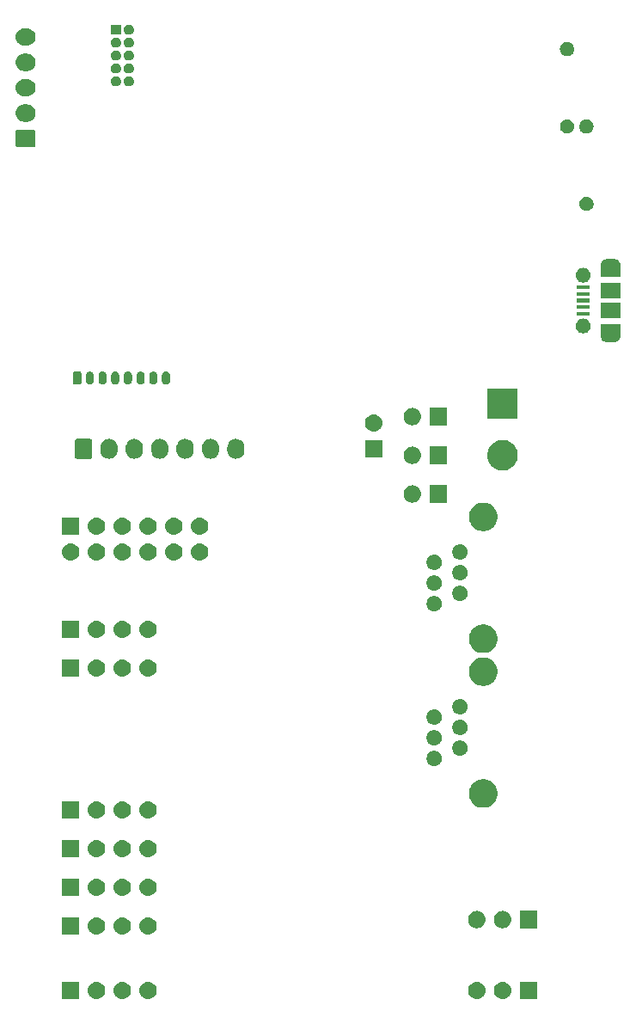
<source format=gbr>
G04 #@! TF.GenerationSoftware,KiCad,Pcbnew,(5.0.2)-1*
G04 #@! TF.CreationDate,2020-01-16T02:49:18+01:00*
G04 #@! TF.ProjectId,airMon,6169724d-6f6e-42e6-9b69-6361645f7063,0.1*
G04 #@! TF.SameCoordinates,Original*
G04 #@! TF.FileFunction,Soldermask,Bot*
G04 #@! TF.FilePolarity,Negative*
%FSLAX46Y46*%
G04 Gerber Fmt 4.6, Leading zero omitted, Abs format (unit mm)*
G04 Created by KiCad (PCBNEW (5.0.2)-1) date 16.01.2020 2:49:18*
%MOMM*%
%LPD*%
G01*
G04 APERTURE LIST*
%ADD10C,0.100000*%
G04 APERTURE END LIST*
D10*
G36*
X33186630Y-116002299D02*
X33346855Y-116050903D01*
X33494520Y-116129831D01*
X33623949Y-116236051D01*
X33730169Y-116365480D01*
X33809097Y-116513145D01*
X33857701Y-116673370D01*
X33874112Y-116840000D01*
X33857701Y-117006630D01*
X33809097Y-117166855D01*
X33730169Y-117314520D01*
X33623949Y-117443949D01*
X33494520Y-117550169D01*
X33346855Y-117629097D01*
X33186630Y-117677701D01*
X33061752Y-117690000D01*
X32978248Y-117690000D01*
X32853370Y-117677701D01*
X32693145Y-117629097D01*
X32545480Y-117550169D01*
X32416051Y-117443949D01*
X32309831Y-117314520D01*
X32230903Y-117166855D01*
X32182299Y-117006630D01*
X32165888Y-116840000D01*
X32182299Y-116673370D01*
X32230903Y-116513145D01*
X32309831Y-116365480D01*
X32416051Y-116236051D01*
X32545480Y-116129831D01*
X32693145Y-116050903D01*
X32853370Y-116002299D01*
X32978248Y-115990000D01*
X33061752Y-115990000D01*
X33186630Y-116002299D01*
X33186630Y-116002299D01*
G37*
G36*
X70651630Y-116002299D02*
X70811855Y-116050903D01*
X70959520Y-116129831D01*
X71088949Y-116236051D01*
X71195169Y-116365480D01*
X71274097Y-116513145D01*
X71322701Y-116673370D01*
X71339112Y-116840000D01*
X71322701Y-117006630D01*
X71274097Y-117166855D01*
X71195169Y-117314520D01*
X71088949Y-117443949D01*
X70959520Y-117550169D01*
X70811855Y-117629097D01*
X70651630Y-117677701D01*
X70526752Y-117690000D01*
X70443248Y-117690000D01*
X70318370Y-117677701D01*
X70158145Y-117629097D01*
X70010480Y-117550169D01*
X69881051Y-117443949D01*
X69774831Y-117314520D01*
X69695903Y-117166855D01*
X69647299Y-117006630D01*
X69630888Y-116840000D01*
X69647299Y-116673370D01*
X69695903Y-116513145D01*
X69774831Y-116365480D01*
X69881051Y-116236051D01*
X70010480Y-116129831D01*
X70158145Y-116050903D01*
X70318370Y-116002299D01*
X70443248Y-115990000D01*
X70526752Y-115990000D01*
X70651630Y-116002299D01*
X70651630Y-116002299D01*
G37*
G36*
X68111630Y-116002299D02*
X68271855Y-116050903D01*
X68419520Y-116129831D01*
X68548949Y-116236051D01*
X68655169Y-116365480D01*
X68734097Y-116513145D01*
X68782701Y-116673370D01*
X68799112Y-116840000D01*
X68782701Y-117006630D01*
X68734097Y-117166855D01*
X68655169Y-117314520D01*
X68548949Y-117443949D01*
X68419520Y-117550169D01*
X68271855Y-117629097D01*
X68111630Y-117677701D01*
X67986752Y-117690000D01*
X67903248Y-117690000D01*
X67778370Y-117677701D01*
X67618145Y-117629097D01*
X67470480Y-117550169D01*
X67341051Y-117443949D01*
X67234831Y-117314520D01*
X67155903Y-117166855D01*
X67107299Y-117006630D01*
X67090888Y-116840000D01*
X67107299Y-116673370D01*
X67155903Y-116513145D01*
X67234831Y-116365480D01*
X67341051Y-116236051D01*
X67470480Y-116129831D01*
X67618145Y-116050903D01*
X67778370Y-116002299D01*
X67903248Y-115990000D01*
X67986752Y-115990000D01*
X68111630Y-116002299D01*
X68111630Y-116002299D01*
G37*
G36*
X73875000Y-117690000D02*
X72175000Y-117690000D01*
X72175000Y-115990000D01*
X73875000Y-115990000D01*
X73875000Y-117690000D01*
X73875000Y-117690000D01*
G37*
G36*
X28790000Y-117690000D02*
X27090000Y-117690000D01*
X27090000Y-115990000D01*
X28790000Y-115990000D01*
X28790000Y-117690000D01*
X28790000Y-117690000D01*
G37*
G36*
X35726630Y-116002299D02*
X35886855Y-116050903D01*
X36034520Y-116129831D01*
X36163949Y-116236051D01*
X36270169Y-116365480D01*
X36349097Y-116513145D01*
X36397701Y-116673370D01*
X36414112Y-116840000D01*
X36397701Y-117006630D01*
X36349097Y-117166855D01*
X36270169Y-117314520D01*
X36163949Y-117443949D01*
X36034520Y-117550169D01*
X35886855Y-117629097D01*
X35726630Y-117677701D01*
X35601752Y-117690000D01*
X35518248Y-117690000D01*
X35393370Y-117677701D01*
X35233145Y-117629097D01*
X35085480Y-117550169D01*
X34956051Y-117443949D01*
X34849831Y-117314520D01*
X34770903Y-117166855D01*
X34722299Y-117006630D01*
X34705888Y-116840000D01*
X34722299Y-116673370D01*
X34770903Y-116513145D01*
X34849831Y-116365480D01*
X34956051Y-116236051D01*
X35085480Y-116129831D01*
X35233145Y-116050903D01*
X35393370Y-116002299D01*
X35518248Y-115990000D01*
X35601752Y-115990000D01*
X35726630Y-116002299D01*
X35726630Y-116002299D01*
G37*
G36*
X30646630Y-116002299D02*
X30806855Y-116050903D01*
X30954520Y-116129831D01*
X31083949Y-116236051D01*
X31190169Y-116365480D01*
X31269097Y-116513145D01*
X31317701Y-116673370D01*
X31334112Y-116840000D01*
X31317701Y-117006630D01*
X31269097Y-117166855D01*
X31190169Y-117314520D01*
X31083949Y-117443949D01*
X30954520Y-117550169D01*
X30806855Y-117629097D01*
X30646630Y-117677701D01*
X30521752Y-117690000D01*
X30438248Y-117690000D01*
X30313370Y-117677701D01*
X30153145Y-117629097D01*
X30005480Y-117550169D01*
X29876051Y-117443949D01*
X29769831Y-117314520D01*
X29690903Y-117166855D01*
X29642299Y-117006630D01*
X29625888Y-116840000D01*
X29642299Y-116673370D01*
X29690903Y-116513145D01*
X29769831Y-116365480D01*
X29876051Y-116236051D01*
X30005480Y-116129831D01*
X30153145Y-116050903D01*
X30313370Y-116002299D01*
X30438248Y-115990000D01*
X30521752Y-115990000D01*
X30646630Y-116002299D01*
X30646630Y-116002299D01*
G37*
G36*
X33186630Y-109652299D02*
X33346855Y-109700903D01*
X33494520Y-109779831D01*
X33623949Y-109886051D01*
X33730169Y-110015480D01*
X33809097Y-110163145D01*
X33857701Y-110323370D01*
X33874112Y-110490000D01*
X33857701Y-110656630D01*
X33809097Y-110816855D01*
X33730169Y-110964520D01*
X33623949Y-111093949D01*
X33494520Y-111200169D01*
X33346855Y-111279097D01*
X33186630Y-111327701D01*
X33061752Y-111340000D01*
X32978248Y-111340000D01*
X32853370Y-111327701D01*
X32693145Y-111279097D01*
X32545480Y-111200169D01*
X32416051Y-111093949D01*
X32309831Y-110964520D01*
X32230903Y-110816855D01*
X32182299Y-110656630D01*
X32165888Y-110490000D01*
X32182299Y-110323370D01*
X32230903Y-110163145D01*
X32309831Y-110015480D01*
X32416051Y-109886051D01*
X32545480Y-109779831D01*
X32693145Y-109700903D01*
X32853370Y-109652299D01*
X32978248Y-109640000D01*
X33061752Y-109640000D01*
X33186630Y-109652299D01*
X33186630Y-109652299D01*
G37*
G36*
X28790000Y-111340000D02*
X27090000Y-111340000D01*
X27090000Y-109640000D01*
X28790000Y-109640000D01*
X28790000Y-111340000D01*
X28790000Y-111340000D01*
G37*
G36*
X30646630Y-109652299D02*
X30806855Y-109700903D01*
X30954520Y-109779831D01*
X31083949Y-109886051D01*
X31190169Y-110015480D01*
X31269097Y-110163145D01*
X31317701Y-110323370D01*
X31334112Y-110490000D01*
X31317701Y-110656630D01*
X31269097Y-110816855D01*
X31190169Y-110964520D01*
X31083949Y-111093949D01*
X30954520Y-111200169D01*
X30806855Y-111279097D01*
X30646630Y-111327701D01*
X30521752Y-111340000D01*
X30438248Y-111340000D01*
X30313370Y-111327701D01*
X30153145Y-111279097D01*
X30005480Y-111200169D01*
X29876051Y-111093949D01*
X29769831Y-110964520D01*
X29690903Y-110816855D01*
X29642299Y-110656630D01*
X29625888Y-110490000D01*
X29642299Y-110323370D01*
X29690903Y-110163145D01*
X29769831Y-110015480D01*
X29876051Y-109886051D01*
X30005480Y-109779831D01*
X30153145Y-109700903D01*
X30313370Y-109652299D01*
X30438248Y-109640000D01*
X30521752Y-109640000D01*
X30646630Y-109652299D01*
X30646630Y-109652299D01*
G37*
G36*
X35726630Y-109652299D02*
X35886855Y-109700903D01*
X36034520Y-109779831D01*
X36163949Y-109886051D01*
X36270169Y-110015480D01*
X36349097Y-110163145D01*
X36397701Y-110323370D01*
X36414112Y-110490000D01*
X36397701Y-110656630D01*
X36349097Y-110816855D01*
X36270169Y-110964520D01*
X36163949Y-111093949D01*
X36034520Y-111200169D01*
X35886855Y-111279097D01*
X35726630Y-111327701D01*
X35601752Y-111340000D01*
X35518248Y-111340000D01*
X35393370Y-111327701D01*
X35233145Y-111279097D01*
X35085480Y-111200169D01*
X34956051Y-111093949D01*
X34849831Y-110964520D01*
X34770903Y-110816855D01*
X34722299Y-110656630D01*
X34705888Y-110490000D01*
X34722299Y-110323370D01*
X34770903Y-110163145D01*
X34849831Y-110015480D01*
X34956051Y-109886051D01*
X35085480Y-109779831D01*
X35233145Y-109700903D01*
X35393370Y-109652299D01*
X35518248Y-109640000D01*
X35601752Y-109640000D01*
X35726630Y-109652299D01*
X35726630Y-109652299D01*
G37*
G36*
X73875000Y-110705000D02*
X72175000Y-110705000D01*
X72175000Y-109005000D01*
X73875000Y-109005000D01*
X73875000Y-110705000D01*
X73875000Y-110705000D01*
G37*
G36*
X70651630Y-109017299D02*
X70811855Y-109065903D01*
X70959520Y-109144831D01*
X71088949Y-109251051D01*
X71195169Y-109380480D01*
X71274097Y-109528145D01*
X71322701Y-109688370D01*
X71339112Y-109855000D01*
X71322701Y-110021630D01*
X71274097Y-110181855D01*
X71195169Y-110329520D01*
X71088949Y-110458949D01*
X70959520Y-110565169D01*
X70811855Y-110644097D01*
X70651630Y-110692701D01*
X70526752Y-110705000D01*
X70443248Y-110705000D01*
X70318370Y-110692701D01*
X70158145Y-110644097D01*
X70010480Y-110565169D01*
X69881051Y-110458949D01*
X69774831Y-110329520D01*
X69695903Y-110181855D01*
X69647299Y-110021630D01*
X69630888Y-109855000D01*
X69647299Y-109688370D01*
X69695903Y-109528145D01*
X69774831Y-109380480D01*
X69881051Y-109251051D01*
X70010480Y-109144831D01*
X70158145Y-109065903D01*
X70318370Y-109017299D01*
X70443248Y-109005000D01*
X70526752Y-109005000D01*
X70651630Y-109017299D01*
X70651630Y-109017299D01*
G37*
G36*
X68111630Y-109017299D02*
X68271855Y-109065903D01*
X68419520Y-109144831D01*
X68548949Y-109251051D01*
X68655169Y-109380480D01*
X68734097Y-109528145D01*
X68782701Y-109688370D01*
X68799112Y-109855000D01*
X68782701Y-110021630D01*
X68734097Y-110181855D01*
X68655169Y-110329520D01*
X68548949Y-110458949D01*
X68419520Y-110565169D01*
X68271855Y-110644097D01*
X68111630Y-110692701D01*
X67986752Y-110705000D01*
X67903248Y-110705000D01*
X67778370Y-110692701D01*
X67618145Y-110644097D01*
X67470480Y-110565169D01*
X67341051Y-110458949D01*
X67234831Y-110329520D01*
X67155903Y-110181855D01*
X67107299Y-110021630D01*
X67090888Y-109855000D01*
X67107299Y-109688370D01*
X67155903Y-109528145D01*
X67234831Y-109380480D01*
X67341051Y-109251051D01*
X67470480Y-109144831D01*
X67618145Y-109065903D01*
X67778370Y-109017299D01*
X67903248Y-109005000D01*
X67986752Y-109005000D01*
X68111630Y-109017299D01*
X68111630Y-109017299D01*
G37*
G36*
X30646630Y-105842299D02*
X30806855Y-105890903D01*
X30954520Y-105969831D01*
X31083949Y-106076051D01*
X31190169Y-106205480D01*
X31269097Y-106353145D01*
X31317701Y-106513370D01*
X31334112Y-106680000D01*
X31317701Y-106846630D01*
X31269097Y-107006855D01*
X31190169Y-107154520D01*
X31083949Y-107283949D01*
X30954520Y-107390169D01*
X30806855Y-107469097D01*
X30646630Y-107517701D01*
X30521752Y-107530000D01*
X30438248Y-107530000D01*
X30313370Y-107517701D01*
X30153145Y-107469097D01*
X30005480Y-107390169D01*
X29876051Y-107283949D01*
X29769831Y-107154520D01*
X29690903Y-107006855D01*
X29642299Y-106846630D01*
X29625888Y-106680000D01*
X29642299Y-106513370D01*
X29690903Y-106353145D01*
X29769831Y-106205480D01*
X29876051Y-106076051D01*
X30005480Y-105969831D01*
X30153145Y-105890903D01*
X30313370Y-105842299D01*
X30438248Y-105830000D01*
X30521752Y-105830000D01*
X30646630Y-105842299D01*
X30646630Y-105842299D01*
G37*
G36*
X28790000Y-107530000D02*
X27090000Y-107530000D01*
X27090000Y-105830000D01*
X28790000Y-105830000D01*
X28790000Y-107530000D01*
X28790000Y-107530000D01*
G37*
G36*
X33186630Y-105842299D02*
X33346855Y-105890903D01*
X33494520Y-105969831D01*
X33623949Y-106076051D01*
X33730169Y-106205480D01*
X33809097Y-106353145D01*
X33857701Y-106513370D01*
X33874112Y-106680000D01*
X33857701Y-106846630D01*
X33809097Y-107006855D01*
X33730169Y-107154520D01*
X33623949Y-107283949D01*
X33494520Y-107390169D01*
X33346855Y-107469097D01*
X33186630Y-107517701D01*
X33061752Y-107530000D01*
X32978248Y-107530000D01*
X32853370Y-107517701D01*
X32693145Y-107469097D01*
X32545480Y-107390169D01*
X32416051Y-107283949D01*
X32309831Y-107154520D01*
X32230903Y-107006855D01*
X32182299Y-106846630D01*
X32165888Y-106680000D01*
X32182299Y-106513370D01*
X32230903Y-106353145D01*
X32309831Y-106205480D01*
X32416051Y-106076051D01*
X32545480Y-105969831D01*
X32693145Y-105890903D01*
X32853370Y-105842299D01*
X32978248Y-105830000D01*
X33061752Y-105830000D01*
X33186630Y-105842299D01*
X33186630Y-105842299D01*
G37*
G36*
X35726630Y-105842299D02*
X35886855Y-105890903D01*
X36034520Y-105969831D01*
X36163949Y-106076051D01*
X36270169Y-106205480D01*
X36349097Y-106353145D01*
X36397701Y-106513370D01*
X36414112Y-106680000D01*
X36397701Y-106846630D01*
X36349097Y-107006855D01*
X36270169Y-107154520D01*
X36163949Y-107283949D01*
X36034520Y-107390169D01*
X35886855Y-107469097D01*
X35726630Y-107517701D01*
X35601752Y-107530000D01*
X35518248Y-107530000D01*
X35393370Y-107517701D01*
X35233145Y-107469097D01*
X35085480Y-107390169D01*
X34956051Y-107283949D01*
X34849831Y-107154520D01*
X34770903Y-107006855D01*
X34722299Y-106846630D01*
X34705888Y-106680000D01*
X34722299Y-106513370D01*
X34770903Y-106353145D01*
X34849831Y-106205480D01*
X34956051Y-106076051D01*
X35085480Y-105969831D01*
X35233145Y-105890903D01*
X35393370Y-105842299D01*
X35518248Y-105830000D01*
X35601752Y-105830000D01*
X35726630Y-105842299D01*
X35726630Y-105842299D01*
G37*
G36*
X35726630Y-102032299D02*
X35886855Y-102080903D01*
X36034520Y-102159831D01*
X36163949Y-102266051D01*
X36270169Y-102395480D01*
X36349097Y-102543145D01*
X36397701Y-102703370D01*
X36414112Y-102870000D01*
X36397701Y-103036630D01*
X36349097Y-103196855D01*
X36270169Y-103344520D01*
X36163949Y-103473949D01*
X36034520Y-103580169D01*
X35886855Y-103659097D01*
X35726630Y-103707701D01*
X35601752Y-103720000D01*
X35518248Y-103720000D01*
X35393370Y-103707701D01*
X35233145Y-103659097D01*
X35085480Y-103580169D01*
X34956051Y-103473949D01*
X34849831Y-103344520D01*
X34770903Y-103196855D01*
X34722299Y-103036630D01*
X34705888Y-102870000D01*
X34722299Y-102703370D01*
X34770903Y-102543145D01*
X34849831Y-102395480D01*
X34956051Y-102266051D01*
X35085480Y-102159831D01*
X35233145Y-102080903D01*
X35393370Y-102032299D01*
X35518248Y-102020000D01*
X35601752Y-102020000D01*
X35726630Y-102032299D01*
X35726630Y-102032299D01*
G37*
G36*
X30646630Y-102032299D02*
X30806855Y-102080903D01*
X30954520Y-102159831D01*
X31083949Y-102266051D01*
X31190169Y-102395480D01*
X31269097Y-102543145D01*
X31317701Y-102703370D01*
X31334112Y-102870000D01*
X31317701Y-103036630D01*
X31269097Y-103196855D01*
X31190169Y-103344520D01*
X31083949Y-103473949D01*
X30954520Y-103580169D01*
X30806855Y-103659097D01*
X30646630Y-103707701D01*
X30521752Y-103720000D01*
X30438248Y-103720000D01*
X30313370Y-103707701D01*
X30153145Y-103659097D01*
X30005480Y-103580169D01*
X29876051Y-103473949D01*
X29769831Y-103344520D01*
X29690903Y-103196855D01*
X29642299Y-103036630D01*
X29625888Y-102870000D01*
X29642299Y-102703370D01*
X29690903Y-102543145D01*
X29769831Y-102395480D01*
X29876051Y-102266051D01*
X30005480Y-102159831D01*
X30153145Y-102080903D01*
X30313370Y-102032299D01*
X30438248Y-102020000D01*
X30521752Y-102020000D01*
X30646630Y-102032299D01*
X30646630Y-102032299D01*
G37*
G36*
X28790000Y-103720000D02*
X27090000Y-103720000D01*
X27090000Y-102020000D01*
X28790000Y-102020000D01*
X28790000Y-103720000D01*
X28790000Y-103720000D01*
G37*
G36*
X33186630Y-102032299D02*
X33346855Y-102080903D01*
X33494520Y-102159831D01*
X33623949Y-102266051D01*
X33730169Y-102395480D01*
X33809097Y-102543145D01*
X33857701Y-102703370D01*
X33874112Y-102870000D01*
X33857701Y-103036630D01*
X33809097Y-103196855D01*
X33730169Y-103344520D01*
X33623949Y-103473949D01*
X33494520Y-103580169D01*
X33346855Y-103659097D01*
X33186630Y-103707701D01*
X33061752Y-103720000D01*
X32978248Y-103720000D01*
X32853370Y-103707701D01*
X32693145Y-103659097D01*
X32545480Y-103580169D01*
X32416051Y-103473949D01*
X32309831Y-103344520D01*
X32230903Y-103196855D01*
X32182299Y-103036630D01*
X32165888Y-102870000D01*
X32182299Y-102703370D01*
X32230903Y-102543145D01*
X32309831Y-102395480D01*
X32416051Y-102266051D01*
X32545480Y-102159831D01*
X32693145Y-102080903D01*
X32853370Y-102032299D01*
X32978248Y-102020000D01*
X33061752Y-102020000D01*
X33186630Y-102032299D01*
X33186630Y-102032299D01*
G37*
G36*
X30646630Y-98222299D02*
X30806855Y-98270903D01*
X30954520Y-98349831D01*
X31083949Y-98456051D01*
X31190169Y-98585480D01*
X31269097Y-98733145D01*
X31317701Y-98893370D01*
X31334112Y-99060000D01*
X31317701Y-99226630D01*
X31269097Y-99386855D01*
X31190169Y-99534520D01*
X31083949Y-99663949D01*
X30954520Y-99770169D01*
X30806855Y-99849097D01*
X30646630Y-99897701D01*
X30521752Y-99910000D01*
X30438248Y-99910000D01*
X30313370Y-99897701D01*
X30153145Y-99849097D01*
X30005480Y-99770169D01*
X29876051Y-99663949D01*
X29769831Y-99534520D01*
X29690903Y-99386855D01*
X29642299Y-99226630D01*
X29625888Y-99060000D01*
X29642299Y-98893370D01*
X29690903Y-98733145D01*
X29769831Y-98585480D01*
X29876051Y-98456051D01*
X30005480Y-98349831D01*
X30153145Y-98270903D01*
X30313370Y-98222299D01*
X30438248Y-98210000D01*
X30521752Y-98210000D01*
X30646630Y-98222299D01*
X30646630Y-98222299D01*
G37*
G36*
X35726630Y-98222299D02*
X35886855Y-98270903D01*
X36034520Y-98349831D01*
X36163949Y-98456051D01*
X36270169Y-98585480D01*
X36349097Y-98733145D01*
X36397701Y-98893370D01*
X36414112Y-99060000D01*
X36397701Y-99226630D01*
X36349097Y-99386855D01*
X36270169Y-99534520D01*
X36163949Y-99663949D01*
X36034520Y-99770169D01*
X35886855Y-99849097D01*
X35726630Y-99897701D01*
X35601752Y-99910000D01*
X35518248Y-99910000D01*
X35393370Y-99897701D01*
X35233145Y-99849097D01*
X35085480Y-99770169D01*
X34956051Y-99663949D01*
X34849831Y-99534520D01*
X34770903Y-99386855D01*
X34722299Y-99226630D01*
X34705888Y-99060000D01*
X34722299Y-98893370D01*
X34770903Y-98733145D01*
X34849831Y-98585480D01*
X34956051Y-98456051D01*
X35085480Y-98349831D01*
X35233145Y-98270903D01*
X35393370Y-98222299D01*
X35518248Y-98210000D01*
X35601752Y-98210000D01*
X35726630Y-98222299D01*
X35726630Y-98222299D01*
G37*
G36*
X28790000Y-99910000D02*
X27090000Y-99910000D01*
X27090000Y-98210000D01*
X28790000Y-98210000D01*
X28790000Y-99910000D01*
X28790000Y-99910000D01*
G37*
G36*
X33186630Y-98222299D02*
X33346855Y-98270903D01*
X33494520Y-98349831D01*
X33623949Y-98456051D01*
X33730169Y-98585480D01*
X33809097Y-98733145D01*
X33857701Y-98893370D01*
X33874112Y-99060000D01*
X33857701Y-99226630D01*
X33809097Y-99386855D01*
X33730169Y-99534520D01*
X33623949Y-99663949D01*
X33494520Y-99770169D01*
X33346855Y-99849097D01*
X33186630Y-99897701D01*
X33061752Y-99910000D01*
X32978248Y-99910000D01*
X32853370Y-99897701D01*
X32693145Y-99849097D01*
X32545480Y-99770169D01*
X32416051Y-99663949D01*
X32309831Y-99534520D01*
X32230903Y-99386855D01*
X32182299Y-99226630D01*
X32165888Y-99060000D01*
X32182299Y-98893370D01*
X32230903Y-98733145D01*
X32309831Y-98585480D01*
X32416051Y-98456051D01*
X32545480Y-98349831D01*
X32693145Y-98270903D01*
X32853370Y-98222299D01*
X32978248Y-98210000D01*
X33061752Y-98210000D01*
X33186630Y-98222299D01*
X33186630Y-98222299D01*
G37*
G36*
X68853126Y-96066900D02*
X68988365Y-96093801D01*
X69243149Y-96199336D01*
X69469397Y-96350511D01*
X69472451Y-96352551D01*
X69667449Y-96547549D01*
X69820665Y-96776853D01*
X69926199Y-97031636D01*
X69980000Y-97302111D01*
X69980000Y-97577889D01*
X69926199Y-97848364D01*
X69820665Y-98103147D01*
X69667449Y-98332451D01*
X69472451Y-98527449D01*
X69472448Y-98527451D01*
X69243149Y-98680664D01*
X68988365Y-98786199D01*
X68853127Y-98813099D01*
X68717889Y-98840000D01*
X68442111Y-98840000D01*
X68306873Y-98813099D01*
X68171635Y-98786199D01*
X67916851Y-98680664D01*
X67687552Y-98527451D01*
X67687549Y-98527449D01*
X67492551Y-98332451D01*
X67339335Y-98103147D01*
X67233801Y-97848364D01*
X67180000Y-97577889D01*
X67180000Y-97302111D01*
X67233801Y-97031636D01*
X67339335Y-96776853D01*
X67492551Y-96547549D01*
X67687549Y-96352551D01*
X67690603Y-96350511D01*
X67916851Y-96199336D01*
X68171635Y-96093801D01*
X68306874Y-96066900D01*
X68442111Y-96040000D01*
X68717889Y-96040000D01*
X68853126Y-96066900D01*
X68853126Y-96066900D01*
G37*
G36*
X63886318Y-93254411D02*
X63958767Y-93268822D01*
X64015303Y-93292240D01*
X64095257Y-93325358D01*
X64218100Y-93407439D01*
X64322561Y-93511900D01*
X64404642Y-93634743D01*
X64461178Y-93771234D01*
X64490000Y-93916130D01*
X64490000Y-94063870D01*
X64461178Y-94208766D01*
X64404642Y-94345257D01*
X64322561Y-94468100D01*
X64218100Y-94572561D01*
X64095257Y-94654642D01*
X64015303Y-94687760D01*
X63958767Y-94711178D01*
X63886318Y-94725589D01*
X63813870Y-94740000D01*
X63666130Y-94740000D01*
X63593682Y-94725589D01*
X63521233Y-94711178D01*
X63464697Y-94687760D01*
X63384743Y-94654642D01*
X63261900Y-94572561D01*
X63157439Y-94468100D01*
X63075358Y-94345257D01*
X63018822Y-94208766D01*
X62990000Y-94063870D01*
X62990000Y-93916130D01*
X63018822Y-93771234D01*
X63075358Y-93634743D01*
X63157439Y-93511900D01*
X63261900Y-93407439D01*
X63384743Y-93325358D01*
X63464697Y-93292240D01*
X63521233Y-93268822D01*
X63593682Y-93254411D01*
X63666130Y-93240000D01*
X63813870Y-93240000D01*
X63886318Y-93254411D01*
X63886318Y-93254411D01*
G37*
G36*
X66426318Y-92234411D02*
X66498767Y-92248822D01*
X66555303Y-92272240D01*
X66635257Y-92305358D01*
X66758100Y-92387439D01*
X66862561Y-92491900D01*
X66944642Y-92614743D01*
X67001178Y-92751234D01*
X67030000Y-92896130D01*
X67030000Y-93043870D01*
X67001178Y-93188766D01*
X66944642Y-93325257D01*
X66862561Y-93448100D01*
X66758100Y-93552561D01*
X66635257Y-93634642D01*
X66555303Y-93667760D01*
X66498767Y-93691178D01*
X66426318Y-93705589D01*
X66353870Y-93720000D01*
X66206130Y-93720000D01*
X66133682Y-93705589D01*
X66061233Y-93691178D01*
X66004697Y-93667760D01*
X65924743Y-93634642D01*
X65801900Y-93552561D01*
X65697439Y-93448100D01*
X65615358Y-93325257D01*
X65558822Y-93188766D01*
X65530000Y-93043870D01*
X65530000Y-92896130D01*
X65558822Y-92751234D01*
X65615358Y-92614743D01*
X65697439Y-92491900D01*
X65801900Y-92387439D01*
X65924743Y-92305358D01*
X66004697Y-92272240D01*
X66061233Y-92248822D01*
X66133682Y-92234411D01*
X66206130Y-92220000D01*
X66353870Y-92220000D01*
X66426318Y-92234411D01*
X66426318Y-92234411D01*
G37*
G36*
X63886318Y-91214411D02*
X63958767Y-91228822D01*
X64015303Y-91252240D01*
X64095257Y-91285358D01*
X64218100Y-91367439D01*
X64322561Y-91471900D01*
X64404642Y-91594743D01*
X64461178Y-91731234D01*
X64490000Y-91876130D01*
X64490000Y-92023870D01*
X64461178Y-92168766D01*
X64404642Y-92305257D01*
X64322561Y-92428100D01*
X64218100Y-92532561D01*
X64095257Y-92614642D01*
X64015303Y-92647760D01*
X63958767Y-92671178D01*
X63886318Y-92685589D01*
X63813870Y-92700000D01*
X63666130Y-92700000D01*
X63593682Y-92685589D01*
X63521233Y-92671178D01*
X63464697Y-92647760D01*
X63384743Y-92614642D01*
X63261900Y-92532561D01*
X63157439Y-92428100D01*
X63075358Y-92305257D01*
X63018822Y-92168766D01*
X62990000Y-92023870D01*
X62990000Y-91876130D01*
X63018822Y-91731234D01*
X63075358Y-91594743D01*
X63157439Y-91471900D01*
X63261900Y-91367439D01*
X63384743Y-91285358D01*
X63464697Y-91252240D01*
X63521233Y-91228822D01*
X63593682Y-91214411D01*
X63666130Y-91200000D01*
X63813870Y-91200000D01*
X63886318Y-91214411D01*
X63886318Y-91214411D01*
G37*
G36*
X66426318Y-90194411D02*
X66498767Y-90208822D01*
X66555303Y-90232240D01*
X66635257Y-90265358D01*
X66758100Y-90347439D01*
X66862561Y-90451900D01*
X66944642Y-90574743D01*
X67001178Y-90711234D01*
X67030000Y-90856130D01*
X67030000Y-91003870D01*
X67001178Y-91148766D01*
X66944642Y-91285257D01*
X66862561Y-91408100D01*
X66758100Y-91512561D01*
X66635257Y-91594642D01*
X66555303Y-91627760D01*
X66498767Y-91651178D01*
X66426318Y-91665589D01*
X66353870Y-91680000D01*
X66206130Y-91680000D01*
X66133682Y-91665589D01*
X66061233Y-91651178D01*
X66004697Y-91627760D01*
X65924743Y-91594642D01*
X65801900Y-91512561D01*
X65697439Y-91408100D01*
X65615358Y-91285257D01*
X65558822Y-91148766D01*
X65530000Y-91003870D01*
X65530000Y-90856130D01*
X65558822Y-90711234D01*
X65615358Y-90574743D01*
X65697439Y-90451900D01*
X65801900Y-90347439D01*
X65924743Y-90265358D01*
X66004697Y-90232240D01*
X66061233Y-90208822D01*
X66133682Y-90194411D01*
X66206130Y-90180000D01*
X66353870Y-90180000D01*
X66426318Y-90194411D01*
X66426318Y-90194411D01*
G37*
G36*
X63886318Y-89174411D02*
X63958767Y-89188822D01*
X64015303Y-89212240D01*
X64095257Y-89245358D01*
X64218100Y-89327439D01*
X64322561Y-89431900D01*
X64404642Y-89554743D01*
X64461178Y-89691234D01*
X64490000Y-89836130D01*
X64490000Y-89983870D01*
X64461178Y-90128766D01*
X64404642Y-90265257D01*
X64322561Y-90388100D01*
X64218100Y-90492561D01*
X64095257Y-90574642D01*
X64015303Y-90607760D01*
X63958767Y-90631178D01*
X63886318Y-90645589D01*
X63813870Y-90660000D01*
X63666130Y-90660000D01*
X63593682Y-90645589D01*
X63521233Y-90631178D01*
X63464697Y-90607760D01*
X63384743Y-90574642D01*
X63261900Y-90492561D01*
X63157439Y-90388100D01*
X63075358Y-90265257D01*
X63018822Y-90128766D01*
X62990000Y-89983870D01*
X62990000Y-89836130D01*
X63018822Y-89691234D01*
X63075358Y-89554743D01*
X63157439Y-89431900D01*
X63261900Y-89327439D01*
X63384743Y-89245358D01*
X63464697Y-89212240D01*
X63521233Y-89188822D01*
X63593682Y-89174411D01*
X63666130Y-89160000D01*
X63813870Y-89160000D01*
X63886318Y-89174411D01*
X63886318Y-89174411D01*
G37*
G36*
X66426318Y-88154411D02*
X66498767Y-88168822D01*
X66555303Y-88192240D01*
X66635257Y-88225358D01*
X66758100Y-88307439D01*
X66862561Y-88411900D01*
X66944642Y-88534743D01*
X67001178Y-88671234D01*
X67030000Y-88816130D01*
X67030000Y-88963870D01*
X67001178Y-89108766D01*
X66944642Y-89245257D01*
X66862561Y-89368100D01*
X66758100Y-89472561D01*
X66635257Y-89554642D01*
X66555303Y-89587760D01*
X66498767Y-89611178D01*
X66426318Y-89625589D01*
X66353870Y-89640000D01*
X66206130Y-89640000D01*
X66133682Y-89625589D01*
X66061233Y-89611178D01*
X66004697Y-89587760D01*
X65924743Y-89554642D01*
X65801900Y-89472561D01*
X65697439Y-89368100D01*
X65615358Y-89245257D01*
X65558822Y-89108766D01*
X65530000Y-88963870D01*
X65530000Y-88816130D01*
X65558822Y-88671234D01*
X65615358Y-88534743D01*
X65697439Y-88411900D01*
X65801900Y-88307439D01*
X65924743Y-88225358D01*
X66004697Y-88192240D01*
X66061233Y-88168822D01*
X66133682Y-88154411D01*
X66206130Y-88140000D01*
X66353870Y-88140000D01*
X66426318Y-88154411D01*
X66426318Y-88154411D01*
G37*
G36*
X68853127Y-84066901D02*
X68988365Y-84093801D01*
X69243149Y-84199336D01*
X69322415Y-84252300D01*
X69472451Y-84352551D01*
X69667449Y-84547549D01*
X69667451Y-84547552D01*
X69820664Y-84776851D01*
X69926199Y-85031635D01*
X69980000Y-85302112D01*
X69980000Y-85577888D01*
X69926199Y-85848365D01*
X69851575Y-86028523D01*
X69820665Y-86103147D01*
X69667449Y-86332451D01*
X69472451Y-86527449D01*
X69472448Y-86527451D01*
X69243149Y-86680664D01*
X68988365Y-86786199D01*
X68853126Y-86813100D01*
X68717889Y-86840000D01*
X68442111Y-86840000D01*
X68306874Y-86813100D01*
X68171635Y-86786199D01*
X67916851Y-86680664D01*
X67687552Y-86527451D01*
X67687549Y-86527449D01*
X67492551Y-86332451D01*
X67339335Y-86103147D01*
X67308425Y-86028523D01*
X67233801Y-85848365D01*
X67180000Y-85577888D01*
X67180000Y-85302112D01*
X67233801Y-85031635D01*
X67339336Y-84776851D01*
X67492549Y-84547552D01*
X67492551Y-84547549D01*
X67687549Y-84352551D01*
X67837585Y-84252300D01*
X67916851Y-84199336D01*
X68171635Y-84093801D01*
X68306873Y-84066901D01*
X68442111Y-84040000D01*
X68717889Y-84040000D01*
X68853127Y-84066901D01*
X68853127Y-84066901D01*
G37*
G36*
X35726630Y-84252299D02*
X35886855Y-84300903D01*
X36034520Y-84379831D01*
X36163949Y-84486051D01*
X36270169Y-84615480D01*
X36349097Y-84763145D01*
X36397701Y-84923370D01*
X36414112Y-85090000D01*
X36397701Y-85256630D01*
X36349097Y-85416855D01*
X36270169Y-85564520D01*
X36163949Y-85693949D01*
X36034520Y-85800169D01*
X35886855Y-85879097D01*
X35726630Y-85927701D01*
X35601752Y-85940000D01*
X35518248Y-85940000D01*
X35393370Y-85927701D01*
X35233145Y-85879097D01*
X35085480Y-85800169D01*
X34956051Y-85693949D01*
X34849831Y-85564520D01*
X34770903Y-85416855D01*
X34722299Y-85256630D01*
X34705888Y-85090000D01*
X34722299Y-84923370D01*
X34770903Y-84763145D01*
X34849831Y-84615480D01*
X34956051Y-84486051D01*
X35085480Y-84379831D01*
X35233145Y-84300903D01*
X35393370Y-84252299D01*
X35518248Y-84240000D01*
X35601752Y-84240000D01*
X35726630Y-84252299D01*
X35726630Y-84252299D01*
G37*
G36*
X33186630Y-84252299D02*
X33346855Y-84300903D01*
X33494520Y-84379831D01*
X33623949Y-84486051D01*
X33730169Y-84615480D01*
X33809097Y-84763145D01*
X33857701Y-84923370D01*
X33874112Y-85090000D01*
X33857701Y-85256630D01*
X33809097Y-85416855D01*
X33730169Y-85564520D01*
X33623949Y-85693949D01*
X33494520Y-85800169D01*
X33346855Y-85879097D01*
X33186630Y-85927701D01*
X33061752Y-85940000D01*
X32978248Y-85940000D01*
X32853370Y-85927701D01*
X32693145Y-85879097D01*
X32545480Y-85800169D01*
X32416051Y-85693949D01*
X32309831Y-85564520D01*
X32230903Y-85416855D01*
X32182299Y-85256630D01*
X32165888Y-85090000D01*
X32182299Y-84923370D01*
X32230903Y-84763145D01*
X32309831Y-84615480D01*
X32416051Y-84486051D01*
X32545480Y-84379831D01*
X32693145Y-84300903D01*
X32853370Y-84252299D01*
X32978248Y-84240000D01*
X33061752Y-84240000D01*
X33186630Y-84252299D01*
X33186630Y-84252299D01*
G37*
G36*
X30646630Y-84252299D02*
X30806855Y-84300903D01*
X30954520Y-84379831D01*
X31083949Y-84486051D01*
X31190169Y-84615480D01*
X31269097Y-84763145D01*
X31317701Y-84923370D01*
X31334112Y-85090000D01*
X31317701Y-85256630D01*
X31269097Y-85416855D01*
X31190169Y-85564520D01*
X31083949Y-85693949D01*
X30954520Y-85800169D01*
X30806855Y-85879097D01*
X30646630Y-85927701D01*
X30521752Y-85940000D01*
X30438248Y-85940000D01*
X30313370Y-85927701D01*
X30153145Y-85879097D01*
X30005480Y-85800169D01*
X29876051Y-85693949D01*
X29769831Y-85564520D01*
X29690903Y-85416855D01*
X29642299Y-85256630D01*
X29625888Y-85090000D01*
X29642299Y-84923370D01*
X29690903Y-84763145D01*
X29769831Y-84615480D01*
X29876051Y-84486051D01*
X30005480Y-84379831D01*
X30153145Y-84300903D01*
X30313370Y-84252299D01*
X30438248Y-84240000D01*
X30521752Y-84240000D01*
X30646630Y-84252299D01*
X30646630Y-84252299D01*
G37*
G36*
X28790000Y-85940000D02*
X27090000Y-85940000D01*
X27090000Y-84240000D01*
X28790000Y-84240000D01*
X28790000Y-85940000D01*
X28790000Y-85940000D01*
G37*
G36*
X68853126Y-80826900D02*
X68988365Y-80853801D01*
X69243149Y-80959336D01*
X69469397Y-81110511D01*
X69472451Y-81112551D01*
X69667449Y-81307549D01*
X69820665Y-81536853D01*
X69926199Y-81791636D01*
X69980000Y-82062111D01*
X69980000Y-82337889D01*
X69926199Y-82608364D01*
X69820665Y-82863147D01*
X69667449Y-83092451D01*
X69472451Y-83287449D01*
X69472448Y-83287451D01*
X69243149Y-83440664D01*
X68988365Y-83546199D01*
X68853126Y-83573100D01*
X68717889Y-83600000D01*
X68442111Y-83600000D01*
X68306874Y-83573100D01*
X68171635Y-83546199D01*
X67916851Y-83440664D01*
X67687552Y-83287451D01*
X67687549Y-83287449D01*
X67492551Y-83092451D01*
X67339335Y-82863147D01*
X67233801Y-82608364D01*
X67180000Y-82337889D01*
X67180000Y-82062111D01*
X67233801Y-81791636D01*
X67339335Y-81536853D01*
X67492551Y-81307549D01*
X67687549Y-81112551D01*
X67690603Y-81110511D01*
X67916851Y-80959336D01*
X68171635Y-80853801D01*
X68306874Y-80826900D01*
X68442111Y-80800000D01*
X68717889Y-80800000D01*
X68853126Y-80826900D01*
X68853126Y-80826900D01*
G37*
G36*
X35726630Y-80442299D02*
X35886855Y-80490903D01*
X36034520Y-80569831D01*
X36163949Y-80676051D01*
X36270169Y-80805480D01*
X36349097Y-80953145D01*
X36397701Y-81113370D01*
X36414112Y-81280000D01*
X36397701Y-81446630D01*
X36349097Y-81606855D01*
X36270169Y-81754520D01*
X36163949Y-81883949D01*
X36034520Y-81990169D01*
X35886855Y-82069097D01*
X35726630Y-82117701D01*
X35601752Y-82130000D01*
X35518248Y-82130000D01*
X35393370Y-82117701D01*
X35233145Y-82069097D01*
X35085480Y-81990169D01*
X34956051Y-81883949D01*
X34849831Y-81754520D01*
X34770903Y-81606855D01*
X34722299Y-81446630D01*
X34705888Y-81280000D01*
X34722299Y-81113370D01*
X34770903Y-80953145D01*
X34849831Y-80805480D01*
X34956051Y-80676051D01*
X35085480Y-80569831D01*
X35233145Y-80490903D01*
X35393370Y-80442299D01*
X35518248Y-80430000D01*
X35601752Y-80430000D01*
X35726630Y-80442299D01*
X35726630Y-80442299D01*
G37*
G36*
X33186630Y-80442299D02*
X33346855Y-80490903D01*
X33494520Y-80569831D01*
X33623949Y-80676051D01*
X33730169Y-80805480D01*
X33809097Y-80953145D01*
X33857701Y-81113370D01*
X33874112Y-81280000D01*
X33857701Y-81446630D01*
X33809097Y-81606855D01*
X33730169Y-81754520D01*
X33623949Y-81883949D01*
X33494520Y-81990169D01*
X33346855Y-82069097D01*
X33186630Y-82117701D01*
X33061752Y-82130000D01*
X32978248Y-82130000D01*
X32853370Y-82117701D01*
X32693145Y-82069097D01*
X32545480Y-81990169D01*
X32416051Y-81883949D01*
X32309831Y-81754520D01*
X32230903Y-81606855D01*
X32182299Y-81446630D01*
X32165888Y-81280000D01*
X32182299Y-81113370D01*
X32230903Y-80953145D01*
X32309831Y-80805480D01*
X32416051Y-80676051D01*
X32545480Y-80569831D01*
X32693145Y-80490903D01*
X32853370Y-80442299D01*
X32978248Y-80430000D01*
X33061752Y-80430000D01*
X33186630Y-80442299D01*
X33186630Y-80442299D01*
G37*
G36*
X30646630Y-80442299D02*
X30806855Y-80490903D01*
X30954520Y-80569831D01*
X31083949Y-80676051D01*
X31190169Y-80805480D01*
X31269097Y-80953145D01*
X31317701Y-81113370D01*
X31334112Y-81280000D01*
X31317701Y-81446630D01*
X31269097Y-81606855D01*
X31190169Y-81754520D01*
X31083949Y-81883949D01*
X30954520Y-81990169D01*
X30806855Y-82069097D01*
X30646630Y-82117701D01*
X30521752Y-82130000D01*
X30438248Y-82130000D01*
X30313370Y-82117701D01*
X30153145Y-82069097D01*
X30005480Y-81990169D01*
X29876051Y-81883949D01*
X29769831Y-81754520D01*
X29690903Y-81606855D01*
X29642299Y-81446630D01*
X29625888Y-81280000D01*
X29642299Y-81113370D01*
X29690903Y-80953145D01*
X29769831Y-80805480D01*
X29876051Y-80676051D01*
X30005480Y-80569831D01*
X30153145Y-80490903D01*
X30313370Y-80442299D01*
X30438248Y-80430000D01*
X30521752Y-80430000D01*
X30646630Y-80442299D01*
X30646630Y-80442299D01*
G37*
G36*
X28790000Y-82130000D02*
X27090000Y-82130000D01*
X27090000Y-80430000D01*
X28790000Y-80430000D01*
X28790000Y-82130000D01*
X28790000Y-82130000D01*
G37*
G36*
X63886318Y-78014411D02*
X63958767Y-78028822D01*
X64015303Y-78052240D01*
X64095257Y-78085358D01*
X64218100Y-78167439D01*
X64322561Y-78271900D01*
X64404642Y-78394743D01*
X64461178Y-78531234D01*
X64490000Y-78676130D01*
X64490000Y-78823870D01*
X64461178Y-78968766D01*
X64404642Y-79105257D01*
X64322561Y-79228100D01*
X64218100Y-79332561D01*
X64095257Y-79414642D01*
X64015303Y-79447760D01*
X63958767Y-79471178D01*
X63886318Y-79485589D01*
X63813870Y-79500000D01*
X63666130Y-79500000D01*
X63593682Y-79485589D01*
X63521233Y-79471178D01*
X63464697Y-79447760D01*
X63384743Y-79414642D01*
X63261900Y-79332561D01*
X63157439Y-79228100D01*
X63075358Y-79105257D01*
X63018822Y-78968766D01*
X62990000Y-78823870D01*
X62990000Y-78676130D01*
X63018822Y-78531234D01*
X63075358Y-78394743D01*
X63157439Y-78271900D01*
X63261900Y-78167439D01*
X63384743Y-78085358D01*
X63464697Y-78052240D01*
X63521233Y-78028822D01*
X63593682Y-78014411D01*
X63666130Y-78000000D01*
X63813870Y-78000000D01*
X63886318Y-78014411D01*
X63886318Y-78014411D01*
G37*
G36*
X66426318Y-76994411D02*
X66498767Y-77008822D01*
X66555303Y-77032240D01*
X66635257Y-77065358D01*
X66758100Y-77147439D01*
X66862561Y-77251900D01*
X66944642Y-77374743D01*
X67001178Y-77511234D01*
X67030000Y-77656130D01*
X67030000Y-77803870D01*
X67001178Y-77948766D01*
X66944642Y-78085257D01*
X66862561Y-78208100D01*
X66758100Y-78312561D01*
X66635257Y-78394642D01*
X66555303Y-78427760D01*
X66498767Y-78451178D01*
X66426318Y-78465589D01*
X66353870Y-78480000D01*
X66206130Y-78480000D01*
X66133682Y-78465589D01*
X66061233Y-78451178D01*
X66004697Y-78427760D01*
X65924743Y-78394642D01*
X65801900Y-78312561D01*
X65697439Y-78208100D01*
X65615358Y-78085257D01*
X65558822Y-77948766D01*
X65530000Y-77803870D01*
X65530000Y-77656130D01*
X65558822Y-77511234D01*
X65615358Y-77374743D01*
X65697439Y-77251900D01*
X65801900Y-77147439D01*
X65924743Y-77065358D01*
X66004697Y-77032240D01*
X66061233Y-77008822D01*
X66133682Y-76994411D01*
X66206130Y-76980000D01*
X66353870Y-76980000D01*
X66426318Y-76994411D01*
X66426318Y-76994411D01*
G37*
G36*
X63886318Y-75974411D02*
X63958767Y-75988822D01*
X64015303Y-76012240D01*
X64095257Y-76045358D01*
X64218100Y-76127439D01*
X64322561Y-76231900D01*
X64404642Y-76354743D01*
X64461178Y-76491234D01*
X64490000Y-76636130D01*
X64490000Y-76783870D01*
X64461178Y-76928766D01*
X64404642Y-77065257D01*
X64322561Y-77188100D01*
X64218100Y-77292561D01*
X64095257Y-77374642D01*
X64015303Y-77407760D01*
X63958767Y-77431178D01*
X63886318Y-77445589D01*
X63813870Y-77460000D01*
X63666130Y-77460000D01*
X63593682Y-77445589D01*
X63521233Y-77431178D01*
X63464697Y-77407760D01*
X63384743Y-77374642D01*
X63261900Y-77292561D01*
X63157439Y-77188100D01*
X63075358Y-77065257D01*
X63018822Y-76928766D01*
X62990000Y-76783870D01*
X62990000Y-76636130D01*
X63018822Y-76491234D01*
X63075358Y-76354743D01*
X63157439Y-76231900D01*
X63261900Y-76127439D01*
X63384743Y-76045358D01*
X63464697Y-76012240D01*
X63521233Y-75988822D01*
X63593682Y-75974411D01*
X63666130Y-75960000D01*
X63813870Y-75960000D01*
X63886318Y-75974411D01*
X63886318Y-75974411D01*
G37*
G36*
X66426318Y-74954411D02*
X66498767Y-74968822D01*
X66555303Y-74992240D01*
X66635257Y-75025358D01*
X66758100Y-75107439D01*
X66862561Y-75211900D01*
X66944642Y-75334743D01*
X67001178Y-75471234D01*
X67030000Y-75616130D01*
X67030000Y-75763870D01*
X67001178Y-75908766D01*
X66944642Y-76045257D01*
X66862561Y-76168100D01*
X66758100Y-76272561D01*
X66635257Y-76354642D01*
X66555303Y-76387760D01*
X66498767Y-76411178D01*
X66426318Y-76425589D01*
X66353870Y-76440000D01*
X66206130Y-76440000D01*
X66133682Y-76425589D01*
X66061233Y-76411178D01*
X66004697Y-76387760D01*
X65924743Y-76354642D01*
X65801900Y-76272561D01*
X65697439Y-76168100D01*
X65615358Y-76045257D01*
X65558822Y-75908766D01*
X65530000Y-75763870D01*
X65530000Y-75616130D01*
X65558822Y-75471234D01*
X65615358Y-75334743D01*
X65697439Y-75211900D01*
X65801900Y-75107439D01*
X65924743Y-75025358D01*
X66004697Y-74992240D01*
X66061233Y-74968822D01*
X66133682Y-74954411D01*
X66206130Y-74940000D01*
X66353870Y-74940000D01*
X66426318Y-74954411D01*
X66426318Y-74954411D01*
G37*
G36*
X63886318Y-73934411D02*
X63958767Y-73948822D01*
X64015303Y-73972240D01*
X64095257Y-74005358D01*
X64218100Y-74087439D01*
X64322561Y-74191900D01*
X64404642Y-74314743D01*
X64461178Y-74451234D01*
X64490000Y-74596130D01*
X64490000Y-74743870D01*
X64461178Y-74888766D01*
X64404642Y-75025257D01*
X64322561Y-75148100D01*
X64218100Y-75252561D01*
X64095257Y-75334642D01*
X64015303Y-75367760D01*
X63958767Y-75391178D01*
X63886318Y-75405589D01*
X63813870Y-75420000D01*
X63666130Y-75420000D01*
X63593682Y-75405589D01*
X63521233Y-75391178D01*
X63464697Y-75367760D01*
X63384743Y-75334642D01*
X63261900Y-75252561D01*
X63157439Y-75148100D01*
X63075358Y-75025257D01*
X63018822Y-74888766D01*
X62990000Y-74743870D01*
X62990000Y-74596130D01*
X63018822Y-74451234D01*
X63075358Y-74314743D01*
X63157439Y-74191900D01*
X63261900Y-74087439D01*
X63384743Y-74005358D01*
X63464697Y-73972240D01*
X63521233Y-73948822D01*
X63593682Y-73934411D01*
X63666130Y-73920000D01*
X63813870Y-73920000D01*
X63886318Y-73934411D01*
X63886318Y-73934411D01*
G37*
G36*
X40806630Y-72822299D02*
X40966855Y-72870903D01*
X41114520Y-72949831D01*
X41243949Y-73056051D01*
X41350169Y-73185480D01*
X41429097Y-73333145D01*
X41477701Y-73493370D01*
X41494112Y-73660000D01*
X41477701Y-73826630D01*
X41429097Y-73986855D01*
X41350169Y-74134520D01*
X41243949Y-74263949D01*
X41114520Y-74370169D01*
X40966855Y-74449097D01*
X40806630Y-74497701D01*
X40681752Y-74510000D01*
X40598248Y-74510000D01*
X40473370Y-74497701D01*
X40313145Y-74449097D01*
X40165480Y-74370169D01*
X40036051Y-74263949D01*
X39929831Y-74134520D01*
X39850903Y-73986855D01*
X39802299Y-73826630D01*
X39785888Y-73660000D01*
X39802299Y-73493370D01*
X39850903Y-73333145D01*
X39929831Y-73185480D01*
X40036051Y-73056051D01*
X40165480Y-72949831D01*
X40313145Y-72870903D01*
X40473370Y-72822299D01*
X40598248Y-72810000D01*
X40681752Y-72810000D01*
X40806630Y-72822299D01*
X40806630Y-72822299D01*
G37*
G36*
X28106630Y-72822299D02*
X28266855Y-72870903D01*
X28414520Y-72949831D01*
X28543949Y-73056051D01*
X28650169Y-73185480D01*
X28729097Y-73333145D01*
X28777701Y-73493370D01*
X28794112Y-73660000D01*
X28777701Y-73826630D01*
X28729097Y-73986855D01*
X28650169Y-74134520D01*
X28543949Y-74263949D01*
X28414520Y-74370169D01*
X28266855Y-74449097D01*
X28106630Y-74497701D01*
X27981752Y-74510000D01*
X27898248Y-74510000D01*
X27773370Y-74497701D01*
X27613145Y-74449097D01*
X27465480Y-74370169D01*
X27336051Y-74263949D01*
X27229831Y-74134520D01*
X27150903Y-73986855D01*
X27102299Y-73826630D01*
X27085888Y-73660000D01*
X27102299Y-73493370D01*
X27150903Y-73333145D01*
X27229831Y-73185480D01*
X27336051Y-73056051D01*
X27465480Y-72949831D01*
X27613145Y-72870903D01*
X27773370Y-72822299D01*
X27898248Y-72810000D01*
X27981752Y-72810000D01*
X28106630Y-72822299D01*
X28106630Y-72822299D01*
G37*
G36*
X30646630Y-72822299D02*
X30806855Y-72870903D01*
X30954520Y-72949831D01*
X31083949Y-73056051D01*
X31190169Y-73185480D01*
X31269097Y-73333145D01*
X31317701Y-73493370D01*
X31334112Y-73660000D01*
X31317701Y-73826630D01*
X31269097Y-73986855D01*
X31190169Y-74134520D01*
X31083949Y-74263949D01*
X30954520Y-74370169D01*
X30806855Y-74449097D01*
X30646630Y-74497701D01*
X30521752Y-74510000D01*
X30438248Y-74510000D01*
X30313370Y-74497701D01*
X30153145Y-74449097D01*
X30005480Y-74370169D01*
X29876051Y-74263949D01*
X29769831Y-74134520D01*
X29690903Y-73986855D01*
X29642299Y-73826630D01*
X29625888Y-73660000D01*
X29642299Y-73493370D01*
X29690903Y-73333145D01*
X29769831Y-73185480D01*
X29876051Y-73056051D01*
X30005480Y-72949831D01*
X30153145Y-72870903D01*
X30313370Y-72822299D01*
X30438248Y-72810000D01*
X30521752Y-72810000D01*
X30646630Y-72822299D01*
X30646630Y-72822299D01*
G37*
G36*
X33186630Y-72822299D02*
X33346855Y-72870903D01*
X33494520Y-72949831D01*
X33623949Y-73056051D01*
X33730169Y-73185480D01*
X33809097Y-73333145D01*
X33857701Y-73493370D01*
X33874112Y-73660000D01*
X33857701Y-73826630D01*
X33809097Y-73986855D01*
X33730169Y-74134520D01*
X33623949Y-74263949D01*
X33494520Y-74370169D01*
X33346855Y-74449097D01*
X33186630Y-74497701D01*
X33061752Y-74510000D01*
X32978248Y-74510000D01*
X32853370Y-74497701D01*
X32693145Y-74449097D01*
X32545480Y-74370169D01*
X32416051Y-74263949D01*
X32309831Y-74134520D01*
X32230903Y-73986855D01*
X32182299Y-73826630D01*
X32165888Y-73660000D01*
X32182299Y-73493370D01*
X32230903Y-73333145D01*
X32309831Y-73185480D01*
X32416051Y-73056051D01*
X32545480Y-72949831D01*
X32693145Y-72870903D01*
X32853370Y-72822299D01*
X32978248Y-72810000D01*
X33061752Y-72810000D01*
X33186630Y-72822299D01*
X33186630Y-72822299D01*
G37*
G36*
X35726630Y-72822299D02*
X35886855Y-72870903D01*
X36034520Y-72949831D01*
X36163949Y-73056051D01*
X36270169Y-73185480D01*
X36349097Y-73333145D01*
X36397701Y-73493370D01*
X36414112Y-73660000D01*
X36397701Y-73826630D01*
X36349097Y-73986855D01*
X36270169Y-74134520D01*
X36163949Y-74263949D01*
X36034520Y-74370169D01*
X35886855Y-74449097D01*
X35726630Y-74497701D01*
X35601752Y-74510000D01*
X35518248Y-74510000D01*
X35393370Y-74497701D01*
X35233145Y-74449097D01*
X35085480Y-74370169D01*
X34956051Y-74263949D01*
X34849831Y-74134520D01*
X34770903Y-73986855D01*
X34722299Y-73826630D01*
X34705888Y-73660000D01*
X34722299Y-73493370D01*
X34770903Y-73333145D01*
X34849831Y-73185480D01*
X34956051Y-73056051D01*
X35085480Y-72949831D01*
X35233145Y-72870903D01*
X35393370Y-72822299D01*
X35518248Y-72810000D01*
X35601752Y-72810000D01*
X35726630Y-72822299D01*
X35726630Y-72822299D01*
G37*
G36*
X38266630Y-72822299D02*
X38426855Y-72870903D01*
X38574520Y-72949831D01*
X38703949Y-73056051D01*
X38810169Y-73185480D01*
X38889097Y-73333145D01*
X38937701Y-73493370D01*
X38954112Y-73660000D01*
X38937701Y-73826630D01*
X38889097Y-73986855D01*
X38810169Y-74134520D01*
X38703949Y-74263949D01*
X38574520Y-74370169D01*
X38426855Y-74449097D01*
X38266630Y-74497701D01*
X38141752Y-74510000D01*
X38058248Y-74510000D01*
X37933370Y-74497701D01*
X37773145Y-74449097D01*
X37625480Y-74370169D01*
X37496051Y-74263949D01*
X37389831Y-74134520D01*
X37310903Y-73986855D01*
X37262299Y-73826630D01*
X37245888Y-73660000D01*
X37262299Y-73493370D01*
X37310903Y-73333145D01*
X37389831Y-73185480D01*
X37496051Y-73056051D01*
X37625480Y-72949831D01*
X37773145Y-72870903D01*
X37933370Y-72822299D01*
X38058248Y-72810000D01*
X38141752Y-72810000D01*
X38266630Y-72822299D01*
X38266630Y-72822299D01*
G37*
G36*
X66426318Y-72914411D02*
X66498767Y-72928822D01*
X66549487Y-72949831D01*
X66635257Y-72985358D01*
X66758100Y-73067439D01*
X66862561Y-73171900D01*
X66944642Y-73294743D01*
X66977760Y-73374697D01*
X67001178Y-73431233D01*
X67030000Y-73576131D01*
X67030000Y-73723869D01*
X67009560Y-73826630D01*
X67001178Y-73868766D01*
X66944642Y-74005257D01*
X66862561Y-74128100D01*
X66758100Y-74232561D01*
X66635257Y-74314642D01*
X66555303Y-74347760D01*
X66498767Y-74371178D01*
X66426318Y-74385589D01*
X66353870Y-74400000D01*
X66206130Y-74400000D01*
X66133682Y-74385589D01*
X66061233Y-74371178D01*
X66004697Y-74347760D01*
X65924743Y-74314642D01*
X65801900Y-74232561D01*
X65697439Y-74128100D01*
X65615358Y-74005257D01*
X65558822Y-73868766D01*
X65550441Y-73826630D01*
X65530000Y-73723869D01*
X65530000Y-73576131D01*
X65558822Y-73431233D01*
X65582240Y-73374697D01*
X65615358Y-73294743D01*
X65697439Y-73171900D01*
X65801900Y-73067439D01*
X65924743Y-72985358D01*
X66010513Y-72949831D01*
X66061233Y-72928822D01*
X66133682Y-72914411D01*
X66206130Y-72900000D01*
X66353870Y-72900000D01*
X66426318Y-72914411D01*
X66426318Y-72914411D01*
G37*
G36*
X40806630Y-70282299D02*
X40966855Y-70330903D01*
X41114520Y-70409831D01*
X41243949Y-70516051D01*
X41350169Y-70645480D01*
X41429097Y-70793145D01*
X41477701Y-70953370D01*
X41494112Y-71120000D01*
X41477701Y-71286630D01*
X41429097Y-71446855D01*
X41350169Y-71594520D01*
X41243949Y-71723949D01*
X41114520Y-71830169D01*
X40966855Y-71909097D01*
X40806630Y-71957701D01*
X40681752Y-71970000D01*
X40598248Y-71970000D01*
X40473370Y-71957701D01*
X40313145Y-71909097D01*
X40165480Y-71830169D01*
X40036051Y-71723949D01*
X39929831Y-71594520D01*
X39850903Y-71446855D01*
X39802299Y-71286630D01*
X39785888Y-71120000D01*
X39802299Y-70953370D01*
X39850903Y-70793145D01*
X39929831Y-70645480D01*
X40036051Y-70516051D01*
X40165480Y-70409831D01*
X40313145Y-70330903D01*
X40473370Y-70282299D01*
X40598248Y-70270000D01*
X40681752Y-70270000D01*
X40806630Y-70282299D01*
X40806630Y-70282299D01*
G37*
G36*
X35726630Y-70282299D02*
X35886855Y-70330903D01*
X36034520Y-70409831D01*
X36163949Y-70516051D01*
X36270169Y-70645480D01*
X36349097Y-70793145D01*
X36397701Y-70953370D01*
X36414112Y-71120000D01*
X36397701Y-71286630D01*
X36349097Y-71446855D01*
X36270169Y-71594520D01*
X36163949Y-71723949D01*
X36034520Y-71830169D01*
X35886855Y-71909097D01*
X35726630Y-71957701D01*
X35601752Y-71970000D01*
X35518248Y-71970000D01*
X35393370Y-71957701D01*
X35233145Y-71909097D01*
X35085480Y-71830169D01*
X34956051Y-71723949D01*
X34849831Y-71594520D01*
X34770903Y-71446855D01*
X34722299Y-71286630D01*
X34705888Y-71120000D01*
X34722299Y-70953370D01*
X34770903Y-70793145D01*
X34849831Y-70645480D01*
X34956051Y-70516051D01*
X35085480Y-70409831D01*
X35233145Y-70330903D01*
X35393370Y-70282299D01*
X35518248Y-70270000D01*
X35601752Y-70270000D01*
X35726630Y-70282299D01*
X35726630Y-70282299D01*
G37*
G36*
X33186630Y-70282299D02*
X33346855Y-70330903D01*
X33494520Y-70409831D01*
X33623949Y-70516051D01*
X33730169Y-70645480D01*
X33809097Y-70793145D01*
X33857701Y-70953370D01*
X33874112Y-71120000D01*
X33857701Y-71286630D01*
X33809097Y-71446855D01*
X33730169Y-71594520D01*
X33623949Y-71723949D01*
X33494520Y-71830169D01*
X33346855Y-71909097D01*
X33186630Y-71957701D01*
X33061752Y-71970000D01*
X32978248Y-71970000D01*
X32853370Y-71957701D01*
X32693145Y-71909097D01*
X32545480Y-71830169D01*
X32416051Y-71723949D01*
X32309831Y-71594520D01*
X32230903Y-71446855D01*
X32182299Y-71286630D01*
X32165888Y-71120000D01*
X32182299Y-70953370D01*
X32230903Y-70793145D01*
X32309831Y-70645480D01*
X32416051Y-70516051D01*
X32545480Y-70409831D01*
X32693145Y-70330903D01*
X32853370Y-70282299D01*
X32978248Y-70270000D01*
X33061752Y-70270000D01*
X33186630Y-70282299D01*
X33186630Y-70282299D01*
G37*
G36*
X28790000Y-71970000D02*
X27090000Y-71970000D01*
X27090000Y-70270000D01*
X28790000Y-70270000D01*
X28790000Y-71970000D01*
X28790000Y-71970000D01*
G37*
G36*
X30646630Y-70282299D02*
X30806855Y-70330903D01*
X30954520Y-70409831D01*
X31083949Y-70516051D01*
X31190169Y-70645480D01*
X31269097Y-70793145D01*
X31317701Y-70953370D01*
X31334112Y-71120000D01*
X31317701Y-71286630D01*
X31269097Y-71446855D01*
X31190169Y-71594520D01*
X31083949Y-71723949D01*
X30954520Y-71830169D01*
X30806855Y-71909097D01*
X30646630Y-71957701D01*
X30521752Y-71970000D01*
X30438248Y-71970000D01*
X30313370Y-71957701D01*
X30153145Y-71909097D01*
X30005480Y-71830169D01*
X29876051Y-71723949D01*
X29769831Y-71594520D01*
X29690903Y-71446855D01*
X29642299Y-71286630D01*
X29625888Y-71120000D01*
X29642299Y-70953370D01*
X29690903Y-70793145D01*
X29769831Y-70645480D01*
X29876051Y-70516051D01*
X30005480Y-70409831D01*
X30153145Y-70330903D01*
X30313370Y-70282299D01*
X30438248Y-70270000D01*
X30521752Y-70270000D01*
X30646630Y-70282299D01*
X30646630Y-70282299D01*
G37*
G36*
X38266630Y-70282299D02*
X38426855Y-70330903D01*
X38574520Y-70409831D01*
X38703949Y-70516051D01*
X38810169Y-70645480D01*
X38889097Y-70793145D01*
X38937701Y-70953370D01*
X38954112Y-71120000D01*
X38937701Y-71286630D01*
X38889097Y-71446855D01*
X38810169Y-71594520D01*
X38703949Y-71723949D01*
X38574520Y-71830169D01*
X38426855Y-71909097D01*
X38266630Y-71957701D01*
X38141752Y-71970000D01*
X38058248Y-71970000D01*
X37933370Y-71957701D01*
X37773145Y-71909097D01*
X37625480Y-71830169D01*
X37496051Y-71723949D01*
X37389831Y-71594520D01*
X37310903Y-71446855D01*
X37262299Y-71286630D01*
X37245888Y-71120000D01*
X37262299Y-70953370D01*
X37310903Y-70793145D01*
X37389831Y-70645480D01*
X37496051Y-70516051D01*
X37625480Y-70409831D01*
X37773145Y-70330903D01*
X37933370Y-70282299D01*
X38058248Y-70270000D01*
X38141752Y-70270000D01*
X38266630Y-70282299D01*
X38266630Y-70282299D01*
G37*
G36*
X68853126Y-68826900D02*
X68988365Y-68853801D01*
X69243149Y-68959336D01*
X69469397Y-69110511D01*
X69472451Y-69112551D01*
X69667449Y-69307549D01*
X69820665Y-69536853D01*
X69926199Y-69791636D01*
X69980000Y-70062111D01*
X69980000Y-70337889D01*
X69926199Y-70608364D01*
X69820665Y-70863147D01*
X69667449Y-71092451D01*
X69472451Y-71287449D01*
X69472448Y-71287451D01*
X69243149Y-71440664D01*
X68988365Y-71546199D01*
X68853127Y-71573099D01*
X68717889Y-71600000D01*
X68442111Y-71600000D01*
X68306873Y-71573099D01*
X68171635Y-71546199D01*
X67916851Y-71440664D01*
X67687552Y-71287451D01*
X67687549Y-71287449D01*
X67492551Y-71092451D01*
X67339335Y-70863147D01*
X67233801Y-70608364D01*
X67180000Y-70337889D01*
X67180000Y-70062111D01*
X67233801Y-69791636D01*
X67339335Y-69536853D01*
X67492551Y-69307549D01*
X67687549Y-69112551D01*
X67690603Y-69110511D01*
X67916851Y-68959336D01*
X68171635Y-68853801D01*
X68306874Y-68826900D01*
X68442111Y-68800000D01*
X68717889Y-68800000D01*
X68853126Y-68826900D01*
X68853126Y-68826900D01*
G37*
G36*
X64985000Y-68795000D02*
X63285000Y-68795000D01*
X63285000Y-67095000D01*
X64985000Y-67095000D01*
X64985000Y-68795000D01*
X64985000Y-68795000D01*
G37*
G36*
X61761630Y-67107299D02*
X61921855Y-67155903D01*
X62069520Y-67234831D01*
X62198949Y-67341051D01*
X62305169Y-67470480D01*
X62384097Y-67618145D01*
X62432701Y-67778370D01*
X62449112Y-67945000D01*
X62432701Y-68111630D01*
X62384097Y-68271855D01*
X62305169Y-68419520D01*
X62198949Y-68548949D01*
X62069520Y-68655169D01*
X61921855Y-68734097D01*
X61761630Y-68782701D01*
X61636752Y-68795000D01*
X61553248Y-68795000D01*
X61428370Y-68782701D01*
X61268145Y-68734097D01*
X61120480Y-68655169D01*
X60991051Y-68548949D01*
X60884831Y-68419520D01*
X60805903Y-68271855D01*
X60757299Y-68111630D01*
X60740888Y-67945000D01*
X60757299Y-67778370D01*
X60805903Y-67618145D01*
X60884831Y-67470480D01*
X60991051Y-67341051D01*
X61120480Y-67234831D01*
X61268145Y-67155903D01*
X61428370Y-67107299D01*
X61553248Y-67095000D01*
X61636752Y-67095000D01*
X61761630Y-67107299D01*
X61761630Y-67107299D01*
G37*
G36*
X70825935Y-62673429D02*
X70922534Y-62692644D01*
X71195517Y-62805717D01*
X71337342Y-62900482D01*
X71441197Y-62969876D01*
X71650124Y-63178803D01*
X71650126Y-63178806D01*
X71814283Y-63424483D01*
X71914633Y-63666749D01*
X71927356Y-63697467D01*
X71985000Y-63987261D01*
X71985000Y-64282739D01*
X71961322Y-64401777D01*
X71927356Y-64572534D01*
X71814283Y-64845517D01*
X71729301Y-64972701D01*
X71650124Y-65091197D01*
X71441197Y-65300124D01*
X71441194Y-65300126D01*
X71195517Y-65464283D01*
X70922534Y-65577356D01*
X70825935Y-65596571D01*
X70632739Y-65635000D01*
X70337261Y-65635000D01*
X70144065Y-65596571D01*
X70047466Y-65577356D01*
X69774483Y-65464283D01*
X69528806Y-65300126D01*
X69528803Y-65300124D01*
X69319876Y-65091197D01*
X69240699Y-64972701D01*
X69155717Y-64845517D01*
X69042644Y-64572534D01*
X69008678Y-64401777D01*
X68985000Y-64282739D01*
X68985000Y-63987261D01*
X69042644Y-63697467D01*
X69055368Y-63666749D01*
X69155717Y-63424483D01*
X69319874Y-63178806D01*
X69319876Y-63178803D01*
X69528803Y-62969876D01*
X69632658Y-62900482D01*
X69774483Y-62805717D01*
X70047466Y-62692644D01*
X70144065Y-62673429D01*
X70337261Y-62635000D01*
X70632739Y-62635000D01*
X70825935Y-62673429D01*
X70825935Y-62673429D01*
G37*
G36*
X61761630Y-63297299D02*
X61921855Y-63345903D01*
X62069520Y-63424831D01*
X62198949Y-63531051D01*
X62305169Y-63660480D01*
X62384097Y-63808145D01*
X62432701Y-63968370D01*
X62449112Y-64135000D01*
X62432701Y-64301630D01*
X62384097Y-64461855D01*
X62305169Y-64609520D01*
X62198949Y-64738949D01*
X62069520Y-64845169D01*
X61921855Y-64924097D01*
X61761630Y-64972701D01*
X61636752Y-64985000D01*
X61553248Y-64985000D01*
X61428370Y-64972701D01*
X61268145Y-64924097D01*
X61120480Y-64845169D01*
X60991051Y-64738949D01*
X60884831Y-64609520D01*
X60805903Y-64461855D01*
X60757299Y-64301630D01*
X60740888Y-64135000D01*
X60757299Y-63968370D01*
X60805903Y-63808145D01*
X60884831Y-63660480D01*
X60991051Y-63531051D01*
X61120480Y-63424831D01*
X61268145Y-63345903D01*
X61428370Y-63297299D01*
X61553248Y-63285000D01*
X61636752Y-63285000D01*
X61761630Y-63297299D01*
X61761630Y-63297299D01*
G37*
G36*
X64985000Y-64985000D02*
X63285000Y-64985000D01*
X63285000Y-63285000D01*
X64985000Y-63285000D01*
X64985000Y-64985000D01*
X64985000Y-64985000D01*
G37*
G36*
X31876629Y-62537299D02*
X31991363Y-62572104D01*
X32036854Y-62585903D01*
X32110172Y-62625093D01*
X32184524Y-62664834D01*
X32313949Y-62771051D01*
X32420169Y-62900480D01*
X32499097Y-63048145D01*
X32547701Y-63208370D01*
X32560000Y-63333248D01*
X32560000Y-63666751D01*
X32547701Y-63791624D01*
X32547700Y-63791627D01*
X32547700Y-63791628D01*
X32499097Y-63951855D01*
X32480172Y-63987261D01*
X32420169Y-64099520D01*
X32313949Y-64228949D01*
X32184520Y-64335169D01*
X32036855Y-64414097D01*
X31876630Y-64462701D01*
X31710000Y-64479112D01*
X31543371Y-64462701D01*
X31383146Y-64414097D01*
X31235484Y-64335170D01*
X31106048Y-64228946D01*
X30999831Y-64099520D01*
X30920903Y-63951855D01*
X30872299Y-63791630D01*
X30860000Y-63666752D01*
X30860000Y-63333249D01*
X30872299Y-63208371D01*
X30907104Y-63093637D01*
X30920903Y-63048146D01*
X30966747Y-62962378D01*
X30999834Y-62900476D01*
X31106051Y-62771051D01*
X31235480Y-62664831D01*
X31383145Y-62585903D01*
X31543370Y-62537299D01*
X31710000Y-62520888D01*
X31876629Y-62537299D01*
X31876629Y-62537299D01*
G37*
G36*
X34376629Y-62537299D02*
X34491363Y-62572104D01*
X34536854Y-62585903D01*
X34610172Y-62625093D01*
X34684524Y-62664834D01*
X34813949Y-62771051D01*
X34920169Y-62900480D01*
X34999097Y-63048145D01*
X35047701Y-63208370D01*
X35060000Y-63333248D01*
X35060000Y-63666751D01*
X35047701Y-63791624D01*
X35047700Y-63791627D01*
X35047700Y-63791628D01*
X34999097Y-63951855D01*
X34980172Y-63987261D01*
X34920169Y-64099520D01*
X34813949Y-64228949D01*
X34684520Y-64335169D01*
X34536855Y-64414097D01*
X34376630Y-64462701D01*
X34210000Y-64479112D01*
X34043371Y-64462701D01*
X33883146Y-64414097D01*
X33735484Y-64335170D01*
X33606048Y-64228946D01*
X33499831Y-64099520D01*
X33420903Y-63951855D01*
X33372299Y-63791630D01*
X33360000Y-63666752D01*
X33360000Y-63333249D01*
X33372299Y-63208371D01*
X33407104Y-63093637D01*
X33420903Y-63048146D01*
X33466747Y-62962378D01*
X33499834Y-62900476D01*
X33606051Y-62771051D01*
X33735480Y-62664831D01*
X33883145Y-62585903D01*
X34043370Y-62537299D01*
X34210000Y-62520888D01*
X34376629Y-62537299D01*
X34376629Y-62537299D01*
G37*
G36*
X36876629Y-62537299D02*
X36991363Y-62572104D01*
X37036854Y-62585903D01*
X37110172Y-62625093D01*
X37184524Y-62664834D01*
X37313949Y-62771051D01*
X37420169Y-62900480D01*
X37499097Y-63048145D01*
X37547701Y-63208370D01*
X37560000Y-63333248D01*
X37560000Y-63666751D01*
X37547701Y-63791624D01*
X37547700Y-63791627D01*
X37547700Y-63791628D01*
X37499097Y-63951855D01*
X37480172Y-63987261D01*
X37420169Y-64099520D01*
X37313949Y-64228949D01*
X37184520Y-64335169D01*
X37036855Y-64414097D01*
X36876630Y-64462701D01*
X36710000Y-64479112D01*
X36543371Y-64462701D01*
X36383146Y-64414097D01*
X36235484Y-64335170D01*
X36106048Y-64228946D01*
X35999831Y-64099520D01*
X35920903Y-63951855D01*
X35872299Y-63791630D01*
X35860000Y-63666752D01*
X35860000Y-63333249D01*
X35872299Y-63208371D01*
X35907104Y-63093637D01*
X35920903Y-63048146D01*
X35966747Y-62962378D01*
X35999834Y-62900476D01*
X36106051Y-62771051D01*
X36235480Y-62664831D01*
X36383145Y-62585903D01*
X36543370Y-62537299D01*
X36710000Y-62520888D01*
X36876629Y-62537299D01*
X36876629Y-62537299D01*
G37*
G36*
X39376629Y-62537299D02*
X39491363Y-62572104D01*
X39536854Y-62585903D01*
X39610172Y-62625093D01*
X39684524Y-62664834D01*
X39813949Y-62771051D01*
X39920169Y-62900480D01*
X39999097Y-63048145D01*
X40047701Y-63208370D01*
X40060000Y-63333248D01*
X40060000Y-63666751D01*
X40047701Y-63791624D01*
X40047700Y-63791627D01*
X40047700Y-63791628D01*
X39999097Y-63951855D01*
X39980172Y-63987261D01*
X39920169Y-64099520D01*
X39813949Y-64228949D01*
X39684520Y-64335169D01*
X39536855Y-64414097D01*
X39376630Y-64462701D01*
X39210000Y-64479112D01*
X39043371Y-64462701D01*
X38883146Y-64414097D01*
X38735484Y-64335170D01*
X38606048Y-64228946D01*
X38499831Y-64099520D01*
X38420903Y-63951855D01*
X38372299Y-63791630D01*
X38360000Y-63666752D01*
X38360000Y-63333249D01*
X38372299Y-63208371D01*
X38407104Y-63093637D01*
X38420903Y-63048146D01*
X38466747Y-62962378D01*
X38499834Y-62900476D01*
X38606051Y-62771051D01*
X38735480Y-62664831D01*
X38883145Y-62585903D01*
X39043370Y-62537299D01*
X39210000Y-62520888D01*
X39376629Y-62537299D01*
X39376629Y-62537299D01*
G37*
G36*
X41876629Y-62537299D02*
X41991363Y-62572104D01*
X42036854Y-62585903D01*
X42110172Y-62625093D01*
X42184524Y-62664834D01*
X42313949Y-62771051D01*
X42420169Y-62900480D01*
X42499097Y-63048145D01*
X42547701Y-63208370D01*
X42560000Y-63333248D01*
X42560000Y-63666751D01*
X42547701Y-63791624D01*
X42547700Y-63791627D01*
X42547700Y-63791628D01*
X42499097Y-63951855D01*
X42480172Y-63987261D01*
X42420169Y-64099520D01*
X42313949Y-64228949D01*
X42184520Y-64335169D01*
X42036855Y-64414097D01*
X41876630Y-64462701D01*
X41710000Y-64479112D01*
X41543371Y-64462701D01*
X41383146Y-64414097D01*
X41235484Y-64335170D01*
X41106048Y-64228946D01*
X40999831Y-64099520D01*
X40920903Y-63951855D01*
X40872299Y-63791630D01*
X40860000Y-63666752D01*
X40860000Y-63333249D01*
X40872299Y-63208371D01*
X40907104Y-63093637D01*
X40920903Y-63048146D01*
X40966747Y-62962378D01*
X40999834Y-62900476D01*
X41106051Y-62771051D01*
X41235480Y-62664831D01*
X41383145Y-62585903D01*
X41543370Y-62537299D01*
X41710000Y-62520888D01*
X41876629Y-62537299D01*
X41876629Y-62537299D01*
G37*
G36*
X44376629Y-62537299D02*
X44491363Y-62572104D01*
X44536854Y-62585903D01*
X44610172Y-62625093D01*
X44684524Y-62664834D01*
X44813949Y-62771051D01*
X44920169Y-62900480D01*
X44999097Y-63048145D01*
X45047701Y-63208370D01*
X45060000Y-63333248D01*
X45060000Y-63666751D01*
X45047701Y-63791624D01*
X45047700Y-63791627D01*
X45047700Y-63791628D01*
X44999097Y-63951855D01*
X44980172Y-63987261D01*
X44920169Y-64099520D01*
X44813949Y-64228949D01*
X44684520Y-64335169D01*
X44536855Y-64414097D01*
X44376630Y-64462701D01*
X44210000Y-64479112D01*
X44043371Y-64462701D01*
X43883146Y-64414097D01*
X43735484Y-64335170D01*
X43606048Y-64228946D01*
X43499831Y-64099520D01*
X43420903Y-63951855D01*
X43372299Y-63791630D01*
X43360000Y-63666752D01*
X43360000Y-63333249D01*
X43372299Y-63208371D01*
X43407104Y-63093637D01*
X43420903Y-63048146D01*
X43466747Y-62962378D01*
X43499834Y-62900476D01*
X43606051Y-62771051D01*
X43735480Y-62664831D01*
X43883145Y-62585903D01*
X44043370Y-62537299D01*
X44210000Y-62520888D01*
X44376629Y-62537299D01*
X44376629Y-62537299D01*
G37*
G36*
X29929675Y-62528701D02*
X29959907Y-62537872D01*
X29987769Y-62552765D01*
X30012192Y-62572808D01*
X30032235Y-62597231D01*
X30047128Y-62625093D01*
X30056299Y-62655325D01*
X30060000Y-62692905D01*
X30060000Y-64307095D01*
X30056299Y-64344675D01*
X30047128Y-64374907D01*
X30032235Y-64402769D01*
X30012192Y-64427192D01*
X29987769Y-64447235D01*
X29959907Y-64462128D01*
X29929675Y-64471299D01*
X29892095Y-64475000D01*
X28527905Y-64475000D01*
X28490325Y-64471299D01*
X28460093Y-64462128D01*
X28432231Y-64447235D01*
X28407808Y-64427192D01*
X28387765Y-64402769D01*
X28372872Y-64374907D01*
X28363701Y-64344675D01*
X28360000Y-64307095D01*
X28360000Y-62692905D01*
X28363701Y-62655325D01*
X28372872Y-62625093D01*
X28387765Y-62597231D01*
X28407808Y-62572808D01*
X28432231Y-62552765D01*
X28460093Y-62537872D01*
X28490325Y-62528701D01*
X28527905Y-62525000D01*
X29892095Y-62525000D01*
X29929675Y-62528701D01*
X29929675Y-62528701D01*
G37*
G36*
X58635000Y-64350000D02*
X56935000Y-64350000D01*
X56935000Y-62650000D01*
X58635000Y-62650000D01*
X58635000Y-64350000D01*
X58635000Y-64350000D01*
G37*
G36*
X57951630Y-60122299D02*
X58111855Y-60170903D01*
X58259520Y-60249831D01*
X58388949Y-60356051D01*
X58495169Y-60485480D01*
X58574097Y-60633145D01*
X58622701Y-60793370D01*
X58639112Y-60960000D01*
X58622701Y-61126630D01*
X58574097Y-61286855D01*
X58495169Y-61434520D01*
X58388949Y-61563949D01*
X58259520Y-61670169D01*
X58111855Y-61749097D01*
X57951630Y-61797701D01*
X57826752Y-61810000D01*
X57743248Y-61810000D01*
X57618370Y-61797701D01*
X57458145Y-61749097D01*
X57310480Y-61670169D01*
X57181051Y-61563949D01*
X57074831Y-61434520D01*
X56995903Y-61286855D01*
X56947299Y-61126630D01*
X56930888Y-60960000D01*
X56947299Y-60793370D01*
X56995903Y-60633145D01*
X57074831Y-60485480D01*
X57181051Y-60356051D01*
X57310480Y-60249831D01*
X57458145Y-60170903D01*
X57618370Y-60122299D01*
X57743248Y-60110000D01*
X57826752Y-60110000D01*
X57951630Y-60122299D01*
X57951630Y-60122299D01*
G37*
G36*
X61761630Y-59487299D02*
X61921855Y-59535903D01*
X62069520Y-59614831D01*
X62198949Y-59721051D01*
X62305169Y-59850480D01*
X62384097Y-59998145D01*
X62432701Y-60158370D01*
X62449112Y-60325000D01*
X62432701Y-60491630D01*
X62384097Y-60651855D01*
X62305169Y-60799520D01*
X62198949Y-60928949D01*
X62069520Y-61035169D01*
X61921855Y-61114097D01*
X61761630Y-61162701D01*
X61636752Y-61175000D01*
X61553248Y-61175000D01*
X61428370Y-61162701D01*
X61268145Y-61114097D01*
X61120480Y-61035169D01*
X60991051Y-60928949D01*
X60884831Y-60799520D01*
X60805903Y-60651855D01*
X60757299Y-60491630D01*
X60740888Y-60325000D01*
X60757299Y-60158370D01*
X60805903Y-59998145D01*
X60884831Y-59850480D01*
X60991051Y-59721051D01*
X61120480Y-59614831D01*
X61268145Y-59535903D01*
X61428370Y-59487299D01*
X61553248Y-59475000D01*
X61636752Y-59475000D01*
X61761630Y-59487299D01*
X61761630Y-59487299D01*
G37*
G36*
X64985000Y-61175000D02*
X63285000Y-61175000D01*
X63285000Y-59475000D01*
X64985000Y-59475000D01*
X64985000Y-61175000D01*
X64985000Y-61175000D01*
G37*
G36*
X71985000Y-60555000D02*
X68985000Y-60555000D01*
X68985000Y-57555000D01*
X71985000Y-57555000D01*
X71985000Y-60555000D01*
X71985000Y-60555000D01*
G37*
G36*
X37403413Y-55870788D02*
X37478813Y-55893660D01*
X37478816Y-55893662D01*
X37478817Y-55893662D01*
X37548304Y-55930803D01*
X37603122Y-55975792D01*
X37609211Y-55980789D01*
X37659197Y-56041697D01*
X37696340Y-56111186D01*
X37719212Y-56186586D01*
X37725000Y-56245353D01*
X37725000Y-56784647D01*
X37719212Y-56843414D01*
X37696340Y-56918814D01*
X37659197Y-56988303D01*
X37609211Y-57049211D01*
X37548303Y-57099197D01*
X37478814Y-57136340D01*
X37403414Y-57159212D01*
X37325000Y-57166935D01*
X37246587Y-57159212D01*
X37171187Y-57136340D01*
X37101698Y-57099197D01*
X37040790Y-57049211D01*
X36990804Y-56988303D01*
X36953661Y-56918814D01*
X36930789Y-56843414D01*
X36929649Y-56831836D01*
X36925000Y-56784645D01*
X36925000Y-56245354D01*
X36930788Y-56186589D01*
X36930788Y-56186587D01*
X36953660Y-56111187D01*
X36953662Y-56111183D01*
X36990803Y-56041696D01*
X37040789Y-55980789D01*
X37046878Y-55975792D01*
X37101697Y-55930803D01*
X37171186Y-55893660D01*
X37246586Y-55870788D01*
X37325000Y-55863065D01*
X37403413Y-55870788D01*
X37403413Y-55870788D01*
G37*
G36*
X36153413Y-55870788D02*
X36228813Y-55893660D01*
X36228816Y-55893662D01*
X36228817Y-55893662D01*
X36298304Y-55930803D01*
X36353122Y-55975792D01*
X36359211Y-55980789D01*
X36409197Y-56041697D01*
X36446340Y-56111186D01*
X36469212Y-56186586D01*
X36475000Y-56245353D01*
X36475000Y-56784647D01*
X36469212Y-56843414D01*
X36446340Y-56918814D01*
X36409197Y-56988303D01*
X36359211Y-57049211D01*
X36298303Y-57099197D01*
X36228814Y-57136340D01*
X36153414Y-57159212D01*
X36075000Y-57166935D01*
X35996587Y-57159212D01*
X35921187Y-57136340D01*
X35851698Y-57099197D01*
X35790790Y-57049211D01*
X35740804Y-56988303D01*
X35703661Y-56918814D01*
X35680789Y-56843414D01*
X35679649Y-56831836D01*
X35675000Y-56784645D01*
X35675000Y-56245354D01*
X35680788Y-56186589D01*
X35680788Y-56186587D01*
X35703660Y-56111187D01*
X35703662Y-56111183D01*
X35740803Y-56041696D01*
X35790789Y-55980789D01*
X35796878Y-55975792D01*
X35851697Y-55930803D01*
X35921186Y-55893660D01*
X35996586Y-55870788D01*
X36075000Y-55863065D01*
X36153413Y-55870788D01*
X36153413Y-55870788D01*
G37*
G36*
X34903413Y-55870788D02*
X34978813Y-55893660D01*
X34978816Y-55893662D01*
X34978817Y-55893662D01*
X35048304Y-55930803D01*
X35103122Y-55975792D01*
X35109211Y-55980789D01*
X35159197Y-56041697D01*
X35196340Y-56111186D01*
X35219212Y-56186586D01*
X35225000Y-56245353D01*
X35225000Y-56784647D01*
X35219212Y-56843414D01*
X35196340Y-56918814D01*
X35159197Y-56988303D01*
X35109211Y-57049211D01*
X35048303Y-57099197D01*
X34978814Y-57136340D01*
X34903414Y-57159212D01*
X34825000Y-57166935D01*
X34746587Y-57159212D01*
X34671187Y-57136340D01*
X34601698Y-57099197D01*
X34540790Y-57049211D01*
X34490804Y-56988303D01*
X34453661Y-56918814D01*
X34430789Y-56843414D01*
X34429649Y-56831836D01*
X34425000Y-56784645D01*
X34425000Y-56245354D01*
X34430788Y-56186589D01*
X34430788Y-56186587D01*
X34453660Y-56111187D01*
X34453662Y-56111183D01*
X34490803Y-56041696D01*
X34540789Y-55980789D01*
X34546878Y-55975792D01*
X34601697Y-55930803D01*
X34671186Y-55893660D01*
X34746586Y-55870788D01*
X34825000Y-55863065D01*
X34903413Y-55870788D01*
X34903413Y-55870788D01*
G37*
G36*
X33653413Y-55870788D02*
X33728813Y-55893660D01*
X33728816Y-55893662D01*
X33728817Y-55893662D01*
X33798304Y-55930803D01*
X33853122Y-55975792D01*
X33859211Y-55980789D01*
X33909197Y-56041697D01*
X33946340Y-56111186D01*
X33969212Y-56186586D01*
X33975000Y-56245353D01*
X33975000Y-56784647D01*
X33969212Y-56843414D01*
X33946340Y-56918814D01*
X33909197Y-56988303D01*
X33859211Y-57049211D01*
X33798303Y-57099197D01*
X33728814Y-57136340D01*
X33653414Y-57159212D01*
X33575000Y-57166935D01*
X33496587Y-57159212D01*
X33421187Y-57136340D01*
X33351698Y-57099197D01*
X33290790Y-57049211D01*
X33240804Y-56988303D01*
X33203661Y-56918814D01*
X33180789Y-56843414D01*
X33179649Y-56831836D01*
X33175000Y-56784645D01*
X33175000Y-56245354D01*
X33180788Y-56186589D01*
X33180788Y-56186587D01*
X33203660Y-56111187D01*
X33203662Y-56111183D01*
X33240803Y-56041696D01*
X33290789Y-55980789D01*
X33296878Y-55975792D01*
X33351697Y-55930803D01*
X33421186Y-55893660D01*
X33496586Y-55870788D01*
X33575000Y-55863065D01*
X33653413Y-55870788D01*
X33653413Y-55870788D01*
G37*
G36*
X32403413Y-55870788D02*
X32478813Y-55893660D01*
X32478816Y-55893662D01*
X32478817Y-55893662D01*
X32548304Y-55930803D01*
X32603122Y-55975792D01*
X32609211Y-55980789D01*
X32659197Y-56041697D01*
X32696340Y-56111186D01*
X32719212Y-56186586D01*
X32725000Y-56245353D01*
X32725000Y-56784647D01*
X32719212Y-56843414D01*
X32696340Y-56918814D01*
X32659197Y-56988303D01*
X32609211Y-57049211D01*
X32548303Y-57099197D01*
X32478814Y-57136340D01*
X32403414Y-57159212D01*
X32325000Y-57166935D01*
X32246587Y-57159212D01*
X32171187Y-57136340D01*
X32101698Y-57099197D01*
X32040790Y-57049211D01*
X31990804Y-56988303D01*
X31953661Y-56918814D01*
X31930789Y-56843414D01*
X31929649Y-56831836D01*
X31925000Y-56784645D01*
X31925000Y-56245354D01*
X31930788Y-56186589D01*
X31930788Y-56186587D01*
X31953660Y-56111187D01*
X31953662Y-56111183D01*
X31990803Y-56041696D01*
X32040789Y-55980789D01*
X32046878Y-55975792D01*
X32101697Y-55930803D01*
X32171186Y-55893660D01*
X32246586Y-55870788D01*
X32325000Y-55863065D01*
X32403413Y-55870788D01*
X32403413Y-55870788D01*
G37*
G36*
X31153413Y-55870788D02*
X31228813Y-55893660D01*
X31228816Y-55893662D01*
X31228817Y-55893662D01*
X31298304Y-55930803D01*
X31353122Y-55975792D01*
X31359211Y-55980789D01*
X31409197Y-56041697D01*
X31446340Y-56111186D01*
X31469212Y-56186586D01*
X31475000Y-56245353D01*
X31475000Y-56784647D01*
X31469212Y-56843414D01*
X31446340Y-56918814D01*
X31409197Y-56988303D01*
X31359211Y-57049211D01*
X31298303Y-57099197D01*
X31228814Y-57136340D01*
X31153414Y-57159212D01*
X31075000Y-57166935D01*
X30996587Y-57159212D01*
X30921187Y-57136340D01*
X30851698Y-57099197D01*
X30790790Y-57049211D01*
X30740804Y-56988303D01*
X30703661Y-56918814D01*
X30680789Y-56843414D01*
X30679649Y-56831836D01*
X30675000Y-56784645D01*
X30675000Y-56245354D01*
X30680788Y-56186589D01*
X30680788Y-56186587D01*
X30703660Y-56111187D01*
X30703662Y-56111183D01*
X30740803Y-56041696D01*
X30790789Y-55980789D01*
X30796878Y-55975792D01*
X30851697Y-55930803D01*
X30921186Y-55893660D01*
X30996586Y-55870788D01*
X31075000Y-55863065D01*
X31153413Y-55870788D01*
X31153413Y-55870788D01*
G37*
G36*
X29903413Y-55870788D02*
X29978813Y-55893660D01*
X29978816Y-55893662D01*
X29978817Y-55893662D01*
X30048304Y-55930803D01*
X30103122Y-55975792D01*
X30109211Y-55980789D01*
X30159197Y-56041697D01*
X30196340Y-56111186D01*
X30219212Y-56186586D01*
X30225000Y-56245353D01*
X30225000Y-56784647D01*
X30219212Y-56843414D01*
X30196340Y-56918814D01*
X30159197Y-56988303D01*
X30109211Y-57049211D01*
X30048303Y-57099197D01*
X29978814Y-57136340D01*
X29903414Y-57159212D01*
X29825000Y-57166935D01*
X29746587Y-57159212D01*
X29671187Y-57136340D01*
X29601698Y-57099197D01*
X29540790Y-57049211D01*
X29490804Y-56988303D01*
X29453661Y-56918814D01*
X29430789Y-56843414D01*
X29429649Y-56831836D01*
X29425000Y-56784645D01*
X29425000Y-56245354D01*
X29430788Y-56186589D01*
X29430788Y-56186587D01*
X29453660Y-56111187D01*
X29453662Y-56111183D01*
X29490803Y-56041696D01*
X29540789Y-55980789D01*
X29546878Y-55975792D01*
X29601697Y-55930803D01*
X29671186Y-55893660D01*
X29746586Y-55870788D01*
X29825000Y-55863065D01*
X29903413Y-55870788D01*
X29903413Y-55870788D01*
G37*
G36*
X28864208Y-55868235D02*
X28889886Y-55876025D01*
X28913557Y-55888677D01*
X28934300Y-55905700D01*
X28951323Y-55926443D01*
X28963975Y-55950114D01*
X28971765Y-55975792D01*
X28975000Y-56008641D01*
X28975000Y-57021359D01*
X28971765Y-57054208D01*
X28963975Y-57079886D01*
X28951323Y-57103557D01*
X28934300Y-57124300D01*
X28913557Y-57141323D01*
X28889886Y-57153975D01*
X28864208Y-57161765D01*
X28831359Y-57165000D01*
X28318641Y-57165000D01*
X28285792Y-57161765D01*
X28260114Y-57153975D01*
X28236443Y-57141323D01*
X28215700Y-57124300D01*
X28198677Y-57103557D01*
X28186025Y-57079886D01*
X28178235Y-57054208D01*
X28175000Y-57021359D01*
X28175000Y-56008641D01*
X28178235Y-55975792D01*
X28186025Y-55950114D01*
X28198677Y-55926443D01*
X28215700Y-55905700D01*
X28236443Y-55888677D01*
X28260114Y-55876025D01*
X28285792Y-55868235D01*
X28318641Y-55865000D01*
X28831359Y-55865000D01*
X28864208Y-55868235D01*
X28864208Y-55868235D01*
G37*
G36*
X82070500Y-52359393D02*
X82071101Y-52371632D01*
X82073403Y-52395000D01*
X82071101Y-52418368D01*
X82070500Y-52430607D01*
X82070500Y-52475003D01*
X82062298Y-52507743D01*
X82061818Y-52512621D01*
X82027510Y-52625721D01*
X81971796Y-52729955D01*
X81896817Y-52821317D01*
X81805455Y-52896296D01*
X81701221Y-52952010D01*
X81588121Y-52986318D01*
X81499974Y-52995000D01*
X80741026Y-52995000D01*
X80652879Y-52986318D01*
X80539779Y-52952010D01*
X80435545Y-52896296D01*
X80344183Y-52821317D01*
X80269204Y-52729955D01*
X80213490Y-52625721D01*
X80179182Y-52512621D01*
X80178701Y-52507742D01*
X80173921Y-52483712D01*
X80170500Y-52475454D01*
X80170500Y-52430607D01*
X80169899Y-52418368D01*
X80167597Y-52395000D01*
X80169899Y-52371632D01*
X80170500Y-52359393D01*
X80170500Y-51195000D01*
X82070500Y-51195000D01*
X82070500Y-52359393D01*
X82070500Y-52359393D01*
G37*
G36*
X78547934Y-50681144D02*
X78631975Y-50697861D01*
X78763916Y-50752513D01*
X78763917Y-50752514D01*
X78882664Y-50831858D01*
X78983642Y-50932836D01*
X78983644Y-50932839D01*
X79062987Y-51051584D01*
X79117639Y-51183525D01*
X79145500Y-51323594D01*
X79145500Y-51466406D01*
X79117639Y-51606475D01*
X79062987Y-51738416D01*
X78996454Y-51837990D01*
X78983642Y-51857164D01*
X78882664Y-51958142D01*
X78882661Y-51958144D01*
X78763916Y-52037487D01*
X78631975Y-52092139D01*
X78547934Y-52108856D01*
X78491908Y-52120000D01*
X78349092Y-52120000D01*
X78293066Y-52108856D01*
X78209025Y-52092139D01*
X78077084Y-52037487D01*
X77958339Y-51958144D01*
X77958336Y-51958142D01*
X77857358Y-51857164D01*
X77844546Y-51837990D01*
X77778013Y-51738416D01*
X77723361Y-51606475D01*
X77695500Y-51466406D01*
X77695500Y-51323594D01*
X77723361Y-51183525D01*
X77778013Y-51051584D01*
X77857356Y-50932839D01*
X77857358Y-50932836D01*
X77958336Y-50831858D01*
X78077083Y-50752514D01*
X78077084Y-50752513D01*
X78209025Y-50697861D01*
X78293066Y-50681144D01*
X78349092Y-50670000D01*
X78491908Y-50670000D01*
X78547934Y-50681144D01*
X78547934Y-50681144D01*
G37*
G36*
X82070500Y-50645000D02*
X80170500Y-50645000D01*
X80170500Y-49145000D01*
X82070500Y-49145000D01*
X82070500Y-50645000D01*
X82070500Y-50645000D01*
G37*
G36*
X79095500Y-50385500D02*
X77745500Y-50385500D01*
X77745500Y-50004500D01*
X79095500Y-50004500D01*
X79095500Y-50385500D01*
X79095500Y-50385500D01*
G37*
G36*
X79095500Y-49735500D02*
X77745500Y-49735500D01*
X77745500Y-49354500D01*
X79095500Y-49354500D01*
X79095500Y-49735500D01*
X79095500Y-49735500D01*
G37*
G36*
X79095500Y-49085500D02*
X77745500Y-49085500D01*
X77745500Y-48704500D01*
X79095500Y-48704500D01*
X79095500Y-49085500D01*
X79095500Y-49085500D01*
G37*
G36*
X82070500Y-48645000D02*
X80170500Y-48645000D01*
X80170500Y-47145000D01*
X82070500Y-47145000D01*
X82070500Y-48645000D01*
X82070500Y-48645000D01*
G37*
G36*
X79095500Y-48435500D02*
X77745500Y-48435500D01*
X77745500Y-48054500D01*
X79095500Y-48054500D01*
X79095500Y-48435500D01*
X79095500Y-48435500D01*
G37*
G36*
X79095500Y-47785500D02*
X77745500Y-47785500D01*
X77745500Y-47404500D01*
X79095500Y-47404500D01*
X79095500Y-47785500D01*
X79095500Y-47785500D01*
G37*
G36*
X78547934Y-45681144D02*
X78631975Y-45697861D01*
X78763916Y-45752513D01*
X78763917Y-45752514D01*
X78882664Y-45831858D01*
X78983642Y-45932836D01*
X78983644Y-45932839D01*
X79062987Y-46051584D01*
X79117639Y-46183525D01*
X79145500Y-46323594D01*
X79145500Y-46466406D01*
X79117639Y-46606475D01*
X79062987Y-46738416D01*
X79062986Y-46738417D01*
X78983642Y-46857164D01*
X78882664Y-46958142D01*
X78882661Y-46958144D01*
X78763916Y-47037487D01*
X78631975Y-47092139D01*
X78547934Y-47108856D01*
X78491908Y-47120000D01*
X78349092Y-47120000D01*
X78293066Y-47108856D01*
X78209025Y-47092139D01*
X78077084Y-47037487D01*
X77958339Y-46958144D01*
X77958336Y-46958142D01*
X77857358Y-46857164D01*
X77778014Y-46738417D01*
X77778013Y-46738416D01*
X77723361Y-46606475D01*
X77695500Y-46466406D01*
X77695500Y-46323594D01*
X77723361Y-46183525D01*
X77778013Y-46051584D01*
X77857356Y-45932839D01*
X77857358Y-45932836D01*
X77958336Y-45831858D01*
X78077083Y-45752514D01*
X78077084Y-45752513D01*
X78209025Y-45697861D01*
X78293066Y-45681144D01*
X78349092Y-45670000D01*
X78491908Y-45670000D01*
X78547934Y-45681144D01*
X78547934Y-45681144D01*
G37*
G36*
X81588121Y-44803682D02*
X81701221Y-44837990D01*
X81805455Y-44893704D01*
X81896817Y-44968683D01*
X81971796Y-45060045D01*
X82027510Y-45164279D01*
X82061818Y-45277379D01*
X82061818Y-45277381D01*
X82062298Y-45282255D01*
X82067079Y-45306288D01*
X82070500Y-45314546D01*
X82070500Y-45359393D01*
X82071101Y-45371632D01*
X82073403Y-45395000D01*
X82071101Y-45418368D01*
X82070500Y-45430607D01*
X82070500Y-46595000D01*
X80170500Y-46595000D01*
X80170500Y-45430607D01*
X80169899Y-45418368D01*
X80167597Y-45395000D01*
X80169899Y-45371632D01*
X80170500Y-45359393D01*
X80170500Y-45314997D01*
X80178702Y-45282255D01*
X80179182Y-45277381D01*
X80179182Y-45277379D01*
X80213490Y-45164279D01*
X80269204Y-45060045D01*
X80344183Y-44968683D01*
X80435545Y-44893704D01*
X80539779Y-44837990D01*
X80652879Y-44803682D01*
X80741026Y-44795000D01*
X81499974Y-44795000D01*
X81588121Y-44803682D01*
X81588121Y-44803682D01*
G37*
G36*
X78944183Y-38696900D02*
X79071574Y-38749668D01*
X79186225Y-38826275D01*
X79283725Y-38923775D01*
X79360332Y-39038426D01*
X79413100Y-39165817D01*
X79440000Y-39301055D01*
X79440000Y-39438945D01*
X79413100Y-39574183D01*
X79360332Y-39701574D01*
X79283725Y-39816225D01*
X79186225Y-39913725D01*
X79071574Y-39990332D01*
X78944183Y-40043100D01*
X78808945Y-40070000D01*
X78671055Y-40070000D01*
X78535817Y-40043100D01*
X78408426Y-39990332D01*
X78293775Y-39913725D01*
X78196275Y-39816225D01*
X78119668Y-39701574D01*
X78066900Y-39574183D01*
X78040000Y-39438945D01*
X78040000Y-39301055D01*
X78066900Y-39165817D01*
X78119668Y-39038426D01*
X78196275Y-38923775D01*
X78293775Y-38826275D01*
X78408426Y-38749668D01*
X78535817Y-38696900D01*
X78671055Y-38670000D01*
X78808945Y-38670000D01*
X78944183Y-38696900D01*
X78944183Y-38696900D01*
G37*
G36*
X24339675Y-32093701D02*
X24369907Y-32102872D01*
X24397769Y-32117765D01*
X24422192Y-32137808D01*
X24442235Y-32162231D01*
X24457128Y-32190093D01*
X24466299Y-32220325D01*
X24470000Y-32257905D01*
X24470000Y-33622095D01*
X24466299Y-33659675D01*
X24457128Y-33689907D01*
X24442235Y-33717769D01*
X24422192Y-33742192D01*
X24397769Y-33762235D01*
X24369907Y-33777128D01*
X24339675Y-33786299D01*
X24302095Y-33790000D01*
X22687905Y-33790000D01*
X22650325Y-33786299D01*
X22620093Y-33777128D01*
X22592231Y-33762235D01*
X22567808Y-33742192D01*
X22547765Y-33717769D01*
X22532872Y-33689907D01*
X22523701Y-33659675D01*
X22520000Y-33622095D01*
X22520000Y-32257905D01*
X22523701Y-32220325D01*
X22532872Y-32190093D01*
X22547765Y-32162231D01*
X22567808Y-32137808D01*
X22592231Y-32117765D01*
X22620093Y-32102872D01*
X22650325Y-32093701D01*
X22687905Y-32090000D01*
X24302095Y-32090000D01*
X24339675Y-32093701D01*
X24339675Y-32093701D01*
G37*
G36*
X77039183Y-31076900D02*
X77166574Y-31129668D01*
X77219685Y-31165155D01*
X77281225Y-31206275D01*
X77378725Y-31303775D01*
X77455332Y-31418426D01*
X77508100Y-31545817D01*
X77535000Y-31681055D01*
X77535000Y-31818945D01*
X77508100Y-31954183D01*
X77455332Y-32081574D01*
X77378726Y-32196224D01*
X77281224Y-32293726D01*
X77211969Y-32340000D01*
X77166574Y-32370332D01*
X77039183Y-32423100D01*
X76903945Y-32450000D01*
X76766055Y-32450000D01*
X76630817Y-32423100D01*
X76503426Y-32370332D01*
X76458031Y-32340000D01*
X76388776Y-32293726D01*
X76291274Y-32196224D01*
X76214668Y-32081574D01*
X76161900Y-31954183D01*
X76135000Y-31818945D01*
X76135000Y-31681055D01*
X76161900Y-31545817D01*
X76214668Y-31418426D01*
X76291275Y-31303775D01*
X76388775Y-31206275D01*
X76450316Y-31165155D01*
X76503426Y-31129668D01*
X76630817Y-31076900D01*
X76766055Y-31050000D01*
X76903945Y-31050000D01*
X77039183Y-31076900D01*
X77039183Y-31076900D01*
G37*
G36*
X78877224Y-31060128D02*
X79009175Y-31100155D01*
X79130781Y-31165155D01*
X79237370Y-31252630D01*
X79324845Y-31359219D01*
X79389845Y-31480825D01*
X79429872Y-31612776D01*
X79443387Y-31750000D01*
X79429872Y-31887224D01*
X79389845Y-32019175D01*
X79324845Y-32140781D01*
X79237370Y-32247370D01*
X79130781Y-32334845D01*
X79009175Y-32399845D01*
X78877224Y-32439872D01*
X78774390Y-32450000D01*
X78705610Y-32450000D01*
X78602776Y-32439872D01*
X78470825Y-32399845D01*
X78349219Y-32334845D01*
X78242630Y-32247370D01*
X78155155Y-32140781D01*
X78090155Y-32019175D01*
X78050128Y-31887224D01*
X78036613Y-31750000D01*
X78050128Y-31612776D01*
X78090155Y-31480825D01*
X78155155Y-31359219D01*
X78242630Y-31252630D01*
X78349219Y-31165155D01*
X78470825Y-31100155D01*
X78602776Y-31060128D01*
X78705610Y-31050000D01*
X78774390Y-31050000D01*
X78877224Y-31060128D01*
X78877224Y-31060128D01*
G37*
G36*
X23786630Y-29602299D02*
X23946855Y-29650903D01*
X24094520Y-29729831D01*
X24223949Y-29836051D01*
X24330169Y-29965480D01*
X24409097Y-30113145D01*
X24457701Y-30273370D01*
X24474112Y-30440000D01*
X24457701Y-30606630D01*
X24409097Y-30766855D01*
X24330169Y-30914520D01*
X24223949Y-31043949D01*
X24094520Y-31150169D01*
X23946855Y-31229097D01*
X23786630Y-31277701D01*
X23661752Y-31290000D01*
X23328248Y-31290000D01*
X23203370Y-31277701D01*
X23043145Y-31229097D01*
X22895480Y-31150169D01*
X22766051Y-31043949D01*
X22659831Y-30914520D01*
X22580903Y-30766855D01*
X22532299Y-30606630D01*
X22515888Y-30440000D01*
X22532299Y-30273370D01*
X22580903Y-30113145D01*
X22659831Y-29965480D01*
X22766051Y-29836051D01*
X22895480Y-29729831D01*
X23043145Y-29650903D01*
X23203370Y-29602299D01*
X23328248Y-29590000D01*
X23661752Y-29590000D01*
X23786630Y-29602299D01*
X23786630Y-29602299D01*
G37*
G36*
X23786630Y-27102299D02*
X23946855Y-27150903D01*
X24094520Y-27229831D01*
X24223949Y-27336051D01*
X24330169Y-27465480D01*
X24409097Y-27613145D01*
X24457701Y-27773370D01*
X24474112Y-27940000D01*
X24457701Y-28106630D01*
X24409097Y-28266855D01*
X24330169Y-28414520D01*
X24223949Y-28543949D01*
X24094520Y-28650169D01*
X23946855Y-28729097D01*
X23786630Y-28777701D01*
X23661752Y-28790000D01*
X23328248Y-28790000D01*
X23203370Y-28777701D01*
X23043145Y-28729097D01*
X22895480Y-28650169D01*
X22766051Y-28543949D01*
X22659831Y-28414520D01*
X22580903Y-28266855D01*
X22532299Y-28106630D01*
X22515888Y-27940000D01*
X22532299Y-27773370D01*
X22580903Y-27613145D01*
X22659831Y-27465480D01*
X22766051Y-27336051D01*
X22895480Y-27229831D01*
X23043145Y-27150903D01*
X23203370Y-27102299D01*
X23328248Y-27090000D01*
X23661752Y-27090000D01*
X23786630Y-27102299D01*
X23786630Y-27102299D01*
G37*
G36*
X33753015Y-26812234D02*
X33847268Y-26840825D01*
X33893697Y-26865643D01*
X33934129Y-26887254D01*
X33934131Y-26887255D01*
X33934130Y-26887255D01*
X34010264Y-26949736D01*
X34072745Y-27025870D01*
X34119175Y-27112732D01*
X34147766Y-27206985D01*
X34157419Y-27305000D01*
X34147766Y-27403015D01*
X34119175Y-27497268D01*
X34094357Y-27543697D01*
X34072746Y-27584129D01*
X34010264Y-27660264D01*
X33934129Y-27722746D01*
X33893697Y-27744357D01*
X33847268Y-27769175D01*
X33753015Y-27797766D01*
X33679564Y-27805000D01*
X33630436Y-27805000D01*
X33556985Y-27797766D01*
X33462732Y-27769175D01*
X33416303Y-27744357D01*
X33375871Y-27722746D01*
X33299736Y-27660264D01*
X33237254Y-27584129D01*
X33215643Y-27543697D01*
X33190825Y-27497268D01*
X33162234Y-27403015D01*
X33152581Y-27305000D01*
X33162234Y-27206985D01*
X33190825Y-27112732D01*
X33237255Y-27025870D01*
X33299736Y-26949736D01*
X33375870Y-26887255D01*
X33375869Y-26887255D01*
X33375871Y-26887254D01*
X33416303Y-26865643D01*
X33462732Y-26840825D01*
X33556985Y-26812234D01*
X33630436Y-26805000D01*
X33679564Y-26805000D01*
X33753015Y-26812234D01*
X33753015Y-26812234D01*
G37*
G36*
X32483015Y-26812234D02*
X32577268Y-26840825D01*
X32623697Y-26865643D01*
X32664129Y-26887254D01*
X32664131Y-26887255D01*
X32664130Y-26887255D01*
X32740264Y-26949736D01*
X32802745Y-27025870D01*
X32849175Y-27112732D01*
X32877766Y-27206985D01*
X32887419Y-27305000D01*
X32877766Y-27403015D01*
X32849175Y-27497268D01*
X32824357Y-27543697D01*
X32802746Y-27584129D01*
X32740264Y-27660264D01*
X32664129Y-27722746D01*
X32623697Y-27744357D01*
X32577268Y-27769175D01*
X32483015Y-27797766D01*
X32409564Y-27805000D01*
X32360436Y-27805000D01*
X32286985Y-27797766D01*
X32192732Y-27769175D01*
X32146303Y-27744357D01*
X32105871Y-27722746D01*
X32029736Y-27660264D01*
X31967254Y-27584129D01*
X31945643Y-27543697D01*
X31920825Y-27497268D01*
X31892234Y-27403015D01*
X31882581Y-27305000D01*
X31892234Y-27206985D01*
X31920825Y-27112732D01*
X31967255Y-27025870D01*
X32029736Y-26949736D01*
X32105870Y-26887255D01*
X32105869Y-26887255D01*
X32105871Y-26887254D01*
X32146303Y-26865643D01*
X32192732Y-26840825D01*
X32286985Y-26812234D01*
X32360436Y-26805000D01*
X32409564Y-26805000D01*
X32483015Y-26812234D01*
X32483015Y-26812234D01*
G37*
G36*
X32483015Y-25542234D02*
X32577268Y-25570825D01*
X32623697Y-25595643D01*
X32664129Y-25617254D01*
X32664131Y-25617255D01*
X32664130Y-25617255D01*
X32740264Y-25679736D01*
X32802745Y-25755870D01*
X32849175Y-25842732D01*
X32877766Y-25936985D01*
X32887419Y-26035000D01*
X32877766Y-26133015D01*
X32849175Y-26227268D01*
X32848197Y-26229097D01*
X32802746Y-26314129D01*
X32740264Y-26390264D01*
X32664129Y-26452746D01*
X32623697Y-26474357D01*
X32577268Y-26499175D01*
X32483015Y-26527766D01*
X32409564Y-26535000D01*
X32360436Y-26535000D01*
X32286985Y-26527766D01*
X32192732Y-26499175D01*
X32146303Y-26474357D01*
X32105871Y-26452746D01*
X32029736Y-26390264D01*
X31967254Y-26314129D01*
X31921803Y-26229097D01*
X31920825Y-26227268D01*
X31892234Y-26133015D01*
X31882581Y-26035000D01*
X31892234Y-25936985D01*
X31920825Y-25842732D01*
X31967255Y-25755870D01*
X32029736Y-25679736D01*
X32105870Y-25617255D01*
X32105869Y-25617255D01*
X32105871Y-25617254D01*
X32146303Y-25595643D01*
X32192732Y-25570825D01*
X32286985Y-25542234D01*
X32360436Y-25535000D01*
X32409564Y-25535000D01*
X32483015Y-25542234D01*
X32483015Y-25542234D01*
G37*
G36*
X33753015Y-25542234D02*
X33847268Y-25570825D01*
X33893697Y-25595643D01*
X33934129Y-25617254D01*
X33934131Y-25617255D01*
X33934130Y-25617255D01*
X34010264Y-25679736D01*
X34072745Y-25755870D01*
X34119175Y-25842732D01*
X34147766Y-25936985D01*
X34157419Y-26035000D01*
X34147766Y-26133015D01*
X34119175Y-26227268D01*
X34118197Y-26229097D01*
X34072746Y-26314129D01*
X34010264Y-26390264D01*
X33934129Y-26452746D01*
X33893697Y-26474357D01*
X33847268Y-26499175D01*
X33753015Y-26527766D01*
X33679564Y-26535000D01*
X33630436Y-26535000D01*
X33556985Y-26527766D01*
X33462732Y-26499175D01*
X33416303Y-26474357D01*
X33375871Y-26452746D01*
X33299736Y-26390264D01*
X33237254Y-26314129D01*
X33191803Y-26229097D01*
X33190825Y-26227268D01*
X33162234Y-26133015D01*
X33152581Y-26035000D01*
X33162234Y-25936985D01*
X33190825Y-25842732D01*
X33237255Y-25755870D01*
X33299736Y-25679736D01*
X33375870Y-25617255D01*
X33375869Y-25617255D01*
X33375871Y-25617254D01*
X33416303Y-25595643D01*
X33462732Y-25570825D01*
X33556985Y-25542234D01*
X33630436Y-25535000D01*
X33679564Y-25535000D01*
X33753015Y-25542234D01*
X33753015Y-25542234D01*
G37*
G36*
X23786630Y-24602299D02*
X23946855Y-24650903D01*
X24094520Y-24729831D01*
X24223949Y-24836051D01*
X24330169Y-24965480D01*
X24409097Y-25113145D01*
X24457701Y-25273370D01*
X24474112Y-25440000D01*
X24457701Y-25606630D01*
X24409097Y-25766855D01*
X24330169Y-25914520D01*
X24223949Y-26043949D01*
X24094520Y-26150169D01*
X23946855Y-26229097D01*
X23786630Y-26277701D01*
X23661752Y-26290000D01*
X23328248Y-26290000D01*
X23203370Y-26277701D01*
X23043145Y-26229097D01*
X22895480Y-26150169D01*
X22766051Y-26043949D01*
X22659831Y-25914520D01*
X22580903Y-25766855D01*
X22532299Y-25606630D01*
X22515888Y-25440000D01*
X22532299Y-25273370D01*
X22580903Y-25113145D01*
X22659831Y-24965480D01*
X22766051Y-24836051D01*
X22895480Y-24729831D01*
X23043145Y-24650903D01*
X23203370Y-24602299D01*
X23328248Y-24590000D01*
X23661752Y-24590000D01*
X23786630Y-24602299D01*
X23786630Y-24602299D01*
G37*
G36*
X32483015Y-24272234D02*
X32577268Y-24300825D01*
X32623697Y-24325643D01*
X32664129Y-24347254D01*
X32664131Y-24347255D01*
X32664130Y-24347255D01*
X32740264Y-24409736D01*
X32802745Y-24485870D01*
X32849175Y-24572732D01*
X32877766Y-24666985D01*
X32887419Y-24765000D01*
X32877766Y-24863015D01*
X32849175Y-24957268D01*
X32824357Y-25003697D01*
X32802746Y-25044129D01*
X32740264Y-25120264D01*
X32664129Y-25182746D01*
X32623697Y-25204357D01*
X32577268Y-25229175D01*
X32483015Y-25257766D01*
X32409564Y-25265000D01*
X32360436Y-25265000D01*
X32286985Y-25257766D01*
X32192732Y-25229175D01*
X32146303Y-25204357D01*
X32105871Y-25182746D01*
X32029736Y-25120264D01*
X31967254Y-25044129D01*
X31945643Y-25003697D01*
X31920825Y-24957268D01*
X31892234Y-24863015D01*
X31882581Y-24765000D01*
X31892234Y-24666985D01*
X31920825Y-24572732D01*
X31967255Y-24485870D01*
X32029736Y-24409736D01*
X32105870Y-24347255D01*
X32105869Y-24347255D01*
X32105871Y-24347254D01*
X32146303Y-24325643D01*
X32192732Y-24300825D01*
X32286985Y-24272234D01*
X32360436Y-24265000D01*
X32409564Y-24265000D01*
X32483015Y-24272234D01*
X32483015Y-24272234D01*
G37*
G36*
X33753015Y-24272234D02*
X33847268Y-24300825D01*
X33893697Y-24325643D01*
X33934129Y-24347254D01*
X33934131Y-24347255D01*
X33934130Y-24347255D01*
X34010264Y-24409736D01*
X34072745Y-24485870D01*
X34119175Y-24572732D01*
X34147766Y-24666985D01*
X34157419Y-24765000D01*
X34147766Y-24863015D01*
X34119175Y-24957268D01*
X34094357Y-25003697D01*
X34072746Y-25044129D01*
X34010264Y-25120264D01*
X33934129Y-25182746D01*
X33893697Y-25204357D01*
X33847268Y-25229175D01*
X33753015Y-25257766D01*
X33679564Y-25265000D01*
X33630436Y-25265000D01*
X33556985Y-25257766D01*
X33462732Y-25229175D01*
X33416303Y-25204357D01*
X33375871Y-25182746D01*
X33299736Y-25120264D01*
X33237254Y-25044129D01*
X33215643Y-25003697D01*
X33190825Y-24957268D01*
X33162234Y-24863015D01*
X33152581Y-24765000D01*
X33162234Y-24666985D01*
X33190825Y-24572732D01*
X33237255Y-24485870D01*
X33299736Y-24409736D01*
X33375870Y-24347255D01*
X33375869Y-24347255D01*
X33375871Y-24347254D01*
X33416303Y-24325643D01*
X33462732Y-24300825D01*
X33556985Y-24272234D01*
X33630436Y-24265000D01*
X33679564Y-24265000D01*
X33753015Y-24272234D01*
X33753015Y-24272234D01*
G37*
G36*
X76972224Y-23440128D02*
X77104175Y-23480155D01*
X77225781Y-23545155D01*
X77332370Y-23632630D01*
X77419845Y-23739219D01*
X77484845Y-23860825D01*
X77524872Y-23992776D01*
X77538387Y-24130000D01*
X77524872Y-24267224D01*
X77484845Y-24399175D01*
X77419845Y-24520781D01*
X77332370Y-24627370D01*
X77225781Y-24714845D01*
X77104175Y-24779845D01*
X76972224Y-24819872D01*
X76869390Y-24830000D01*
X76800610Y-24830000D01*
X76697776Y-24819872D01*
X76565825Y-24779845D01*
X76444219Y-24714845D01*
X76337630Y-24627370D01*
X76250155Y-24520781D01*
X76185155Y-24399175D01*
X76145128Y-24267224D01*
X76131613Y-24130000D01*
X76145128Y-23992776D01*
X76185155Y-23860825D01*
X76250155Y-23739219D01*
X76337630Y-23632630D01*
X76444219Y-23545155D01*
X76565825Y-23480155D01*
X76697776Y-23440128D01*
X76800610Y-23430000D01*
X76869390Y-23430000D01*
X76972224Y-23440128D01*
X76972224Y-23440128D01*
G37*
G36*
X32483015Y-23002234D02*
X32577268Y-23030825D01*
X32623697Y-23055643D01*
X32664129Y-23077254D01*
X32664131Y-23077255D01*
X32664130Y-23077255D01*
X32740264Y-23139736D01*
X32802745Y-23215870D01*
X32849175Y-23302732D01*
X32877766Y-23396985D01*
X32887419Y-23495000D01*
X32877766Y-23593015D01*
X32849175Y-23687268D01*
X32826816Y-23729097D01*
X32802746Y-23774129D01*
X32740264Y-23850264D01*
X32664129Y-23912746D01*
X32623697Y-23934357D01*
X32577268Y-23959175D01*
X32483015Y-23987766D01*
X32409564Y-23995000D01*
X32360436Y-23995000D01*
X32286985Y-23987766D01*
X32192732Y-23959175D01*
X32146303Y-23934357D01*
X32105871Y-23912746D01*
X32029736Y-23850264D01*
X31967254Y-23774129D01*
X31943184Y-23729097D01*
X31920825Y-23687268D01*
X31892234Y-23593015D01*
X31882581Y-23495000D01*
X31892234Y-23396985D01*
X31920825Y-23302732D01*
X31967255Y-23215870D01*
X32029736Y-23139736D01*
X32105870Y-23077255D01*
X32105869Y-23077255D01*
X32105871Y-23077254D01*
X32146303Y-23055643D01*
X32192732Y-23030825D01*
X32286985Y-23002234D01*
X32360436Y-22995000D01*
X32409564Y-22995000D01*
X32483015Y-23002234D01*
X32483015Y-23002234D01*
G37*
G36*
X33753015Y-23002234D02*
X33847268Y-23030825D01*
X33893697Y-23055643D01*
X33934129Y-23077254D01*
X33934131Y-23077255D01*
X33934130Y-23077255D01*
X34010264Y-23139736D01*
X34072745Y-23215870D01*
X34119175Y-23302732D01*
X34147766Y-23396985D01*
X34157419Y-23495000D01*
X34147766Y-23593015D01*
X34119175Y-23687268D01*
X34096816Y-23729097D01*
X34072746Y-23774129D01*
X34010264Y-23850264D01*
X33934129Y-23912746D01*
X33893697Y-23934357D01*
X33847268Y-23959175D01*
X33753015Y-23987766D01*
X33679564Y-23995000D01*
X33630436Y-23995000D01*
X33556985Y-23987766D01*
X33462732Y-23959175D01*
X33416303Y-23934357D01*
X33375871Y-23912746D01*
X33299736Y-23850264D01*
X33237254Y-23774129D01*
X33213184Y-23729097D01*
X33190825Y-23687268D01*
X33162234Y-23593015D01*
X33152581Y-23495000D01*
X33162234Y-23396985D01*
X33190825Y-23302732D01*
X33237255Y-23215870D01*
X33299736Y-23139736D01*
X33375870Y-23077255D01*
X33375869Y-23077255D01*
X33375871Y-23077254D01*
X33416303Y-23055643D01*
X33462732Y-23030825D01*
X33556985Y-23002234D01*
X33630436Y-22995000D01*
X33679564Y-22995000D01*
X33753015Y-23002234D01*
X33753015Y-23002234D01*
G37*
G36*
X23786630Y-22102299D02*
X23946855Y-22150903D01*
X24094520Y-22229831D01*
X24223949Y-22336051D01*
X24330169Y-22465480D01*
X24409097Y-22613145D01*
X24457701Y-22773370D01*
X24474112Y-22940000D01*
X24457701Y-23106630D01*
X24409097Y-23266855D01*
X24330169Y-23414520D01*
X24223949Y-23543949D01*
X24094520Y-23650169D01*
X23946855Y-23729097D01*
X23786630Y-23777701D01*
X23661752Y-23790000D01*
X23328248Y-23790000D01*
X23203370Y-23777701D01*
X23043145Y-23729097D01*
X22895480Y-23650169D01*
X22766051Y-23543949D01*
X22659831Y-23414520D01*
X22580903Y-23266855D01*
X22532299Y-23106630D01*
X22515888Y-22940000D01*
X22532299Y-22773370D01*
X22580903Y-22613145D01*
X22659831Y-22465480D01*
X22766051Y-22336051D01*
X22895480Y-22229831D01*
X23043145Y-22150903D01*
X23203370Y-22102299D01*
X23328248Y-22090000D01*
X23661752Y-22090000D01*
X23786630Y-22102299D01*
X23786630Y-22102299D01*
G37*
G36*
X32885000Y-22725000D02*
X31885000Y-22725000D01*
X31885000Y-21725000D01*
X32885000Y-21725000D01*
X32885000Y-22725000D01*
X32885000Y-22725000D01*
G37*
G36*
X33753015Y-21732234D02*
X33847268Y-21760825D01*
X33893697Y-21785643D01*
X33934129Y-21807254D01*
X33934131Y-21807255D01*
X33934130Y-21807255D01*
X34010264Y-21869736D01*
X34072745Y-21945870D01*
X34119175Y-22032732D01*
X34147766Y-22126985D01*
X34157419Y-22225000D01*
X34147766Y-22323015D01*
X34119175Y-22417268D01*
X34094357Y-22463697D01*
X34072746Y-22504129D01*
X34010264Y-22580264D01*
X33934129Y-22642746D01*
X33893697Y-22664357D01*
X33847268Y-22689175D01*
X33753015Y-22717766D01*
X33679564Y-22725000D01*
X33630436Y-22725000D01*
X33556985Y-22717766D01*
X33462732Y-22689175D01*
X33416303Y-22664357D01*
X33375871Y-22642746D01*
X33299736Y-22580264D01*
X33237254Y-22504129D01*
X33215643Y-22463697D01*
X33190825Y-22417268D01*
X33162234Y-22323015D01*
X33152581Y-22225000D01*
X33162234Y-22126985D01*
X33190825Y-22032732D01*
X33237255Y-21945870D01*
X33299736Y-21869736D01*
X33375870Y-21807255D01*
X33375869Y-21807255D01*
X33375871Y-21807254D01*
X33416303Y-21785643D01*
X33462732Y-21760825D01*
X33556985Y-21732234D01*
X33630436Y-21725000D01*
X33679564Y-21725000D01*
X33753015Y-21732234D01*
X33753015Y-21732234D01*
G37*
M02*

</source>
